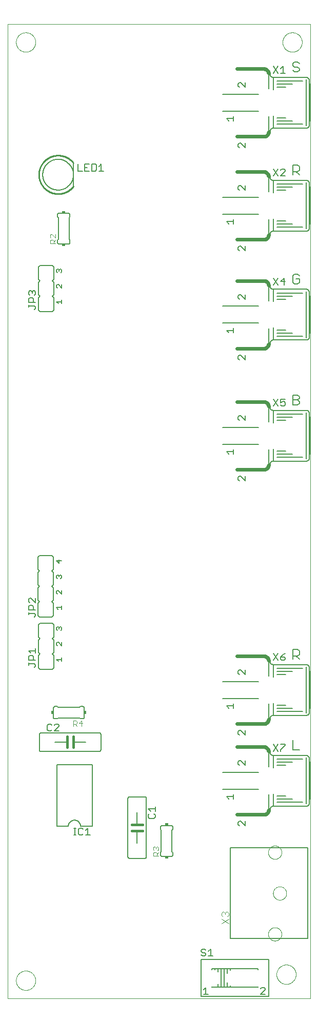
<source format=gto>
G75*
%MOIN*%
%OFA0B0*%
%FSLAX25Y25*%
%IPPOS*%
%LPD*%
%AMOC8*
5,1,8,0,0,1.08239X$1,22.5*
%
%ADD10C,0.00000*%
%ADD11C,0.00600*%
%ADD12C,0.01600*%
%ADD13C,0.00500*%
%ADD14C,0.00800*%
%ADD15C,0.01000*%
%ADD16C,0.00400*%
%ADD17R,0.02000X0.01500*%
%ADD18R,0.01500X0.02000*%
%ADD19C,0.02400*%
D10*
X0001000Y0001000D02*
X0001000Y0634858D01*
X0197850Y0634858D01*
X0197850Y0001000D01*
X0001000Y0001000D01*
X0006512Y0012811D02*
X0006514Y0012969D01*
X0006520Y0013127D01*
X0006530Y0013285D01*
X0006544Y0013443D01*
X0006562Y0013600D01*
X0006583Y0013757D01*
X0006609Y0013913D01*
X0006639Y0014069D01*
X0006672Y0014224D01*
X0006710Y0014377D01*
X0006751Y0014530D01*
X0006796Y0014682D01*
X0006845Y0014833D01*
X0006898Y0014982D01*
X0006954Y0015130D01*
X0007014Y0015276D01*
X0007078Y0015421D01*
X0007146Y0015564D01*
X0007217Y0015706D01*
X0007291Y0015846D01*
X0007369Y0015983D01*
X0007451Y0016119D01*
X0007535Y0016253D01*
X0007624Y0016384D01*
X0007715Y0016513D01*
X0007810Y0016640D01*
X0007907Y0016765D01*
X0008008Y0016887D01*
X0008112Y0017006D01*
X0008219Y0017123D01*
X0008329Y0017237D01*
X0008442Y0017348D01*
X0008557Y0017457D01*
X0008675Y0017562D01*
X0008796Y0017664D01*
X0008919Y0017764D01*
X0009045Y0017860D01*
X0009173Y0017953D01*
X0009303Y0018043D01*
X0009436Y0018129D01*
X0009571Y0018213D01*
X0009707Y0018292D01*
X0009846Y0018369D01*
X0009987Y0018441D01*
X0010129Y0018511D01*
X0010273Y0018576D01*
X0010419Y0018638D01*
X0010566Y0018696D01*
X0010715Y0018751D01*
X0010865Y0018802D01*
X0011016Y0018849D01*
X0011168Y0018892D01*
X0011321Y0018931D01*
X0011476Y0018967D01*
X0011631Y0018998D01*
X0011787Y0019026D01*
X0011943Y0019050D01*
X0012100Y0019070D01*
X0012258Y0019086D01*
X0012415Y0019098D01*
X0012574Y0019106D01*
X0012732Y0019110D01*
X0012890Y0019110D01*
X0013048Y0019106D01*
X0013207Y0019098D01*
X0013364Y0019086D01*
X0013522Y0019070D01*
X0013679Y0019050D01*
X0013835Y0019026D01*
X0013991Y0018998D01*
X0014146Y0018967D01*
X0014301Y0018931D01*
X0014454Y0018892D01*
X0014606Y0018849D01*
X0014757Y0018802D01*
X0014907Y0018751D01*
X0015056Y0018696D01*
X0015203Y0018638D01*
X0015349Y0018576D01*
X0015493Y0018511D01*
X0015635Y0018441D01*
X0015776Y0018369D01*
X0015915Y0018292D01*
X0016051Y0018213D01*
X0016186Y0018129D01*
X0016319Y0018043D01*
X0016449Y0017953D01*
X0016577Y0017860D01*
X0016703Y0017764D01*
X0016826Y0017664D01*
X0016947Y0017562D01*
X0017065Y0017457D01*
X0017180Y0017348D01*
X0017293Y0017237D01*
X0017403Y0017123D01*
X0017510Y0017006D01*
X0017614Y0016887D01*
X0017715Y0016765D01*
X0017812Y0016640D01*
X0017907Y0016513D01*
X0017998Y0016384D01*
X0018087Y0016253D01*
X0018171Y0016119D01*
X0018253Y0015983D01*
X0018331Y0015846D01*
X0018405Y0015706D01*
X0018476Y0015564D01*
X0018544Y0015421D01*
X0018608Y0015276D01*
X0018668Y0015130D01*
X0018724Y0014982D01*
X0018777Y0014833D01*
X0018826Y0014682D01*
X0018871Y0014530D01*
X0018912Y0014377D01*
X0018950Y0014224D01*
X0018983Y0014069D01*
X0019013Y0013913D01*
X0019039Y0013757D01*
X0019060Y0013600D01*
X0019078Y0013443D01*
X0019092Y0013285D01*
X0019102Y0013127D01*
X0019108Y0012969D01*
X0019110Y0012811D01*
X0019108Y0012653D01*
X0019102Y0012495D01*
X0019092Y0012337D01*
X0019078Y0012179D01*
X0019060Y0012022D01*
X0019039Y0011865D01*
X0019013Y0011709D01*
X0018983Y0011553D01*
X0018950Y0011398D01*
X0018912Y0011245D01*
X0018871Y0011092D01*
X0018826Y0010940D01*
X0018777Y0010789D01*
X0018724Y0010640D01*
X0018668Y0010492D01*
X0018608Y0010346D01*
X0018544Y0010201D01*
X0018476Y0010058D01*
X0018405Y0009916D01*
X0018331Y0009776D01*
X0018253Y0009639D01*
X0018171Y0009503D01*
X0018087Y0009369D01*
X0017998Y0009238D01*
X0017907Y0009109D01*
X0017812Y0008982D01*
X0017715Y0008857D01*
X0017614Y0008735D01*
X0017510Y0008616D01*
X0017403Y0008499D01*
X0017293Y0008385D01*
X0017180Y0008274D01*
X0017065Y0008165D01*
X0016947Y0008060D01*
X0016826Y0007958D01*
X0016703Y0007858D01*
X0016577Y0007762D01*
X0016449Y0007669D01*
X0016319Y0007579D01*
X0016186Y0007493D01*
X0016051Y0007409D01*
X0015915Y0007330D01*
X0015776Y0007253D01*
X0015635Y0007181D01*
X0015493Y0007111D01*
X0015349Y0007046D01*
X0015203Y0006984D01*
X0015056Y0006926D01*
X0014907Y0006871D01*
X0014757Y0006820D01*
X0014606Y0006773D01*
X0014454Y0006730D01*
X0014301Y0006691D01*
X0014146Y0006655D01*
X0013991Y0006624D01*
X0013835Y0006596D01*
X0013679Y0006572D01*
X0013522Y0006552D01*
X0013364Y0006536D01*
X0013207Y0006524D01*
X0013048Y0006516D01*
X0012890Y0006512D01*
X0012732Y0006512D01*
X0012574Y0006516D01*
X0012415Y0006524D01*
X0012258Y0006536D01*
X0012100Y0006552D01*
X0011943Y0006572D01*
X0011787Y0006596D01*
X0011631Y0006624D01*
X0011476Y0006655D01*
X0011321Y0006691D01*
X0011168Y0006730D01*
X0011016Y0006773D01*
X0010865Y0006820D01*
X0010715Y0006871D01*
X0010566Y0006926D01*
X0010419Y0006984D01*
X0010273Y0007046D01*
X0010129Y0007111D01*
X0009987Y0007181D01*
X0009846Y0007253D01*
X0009707Y0007330D01*
X0009571Y0007409D01*
X0009436Y0007493D01*
X0009303Y0007579D01*
X0009173Y0007669D01*
X0009045Y0007762D01*
X0008919Y0007858D01*
X0008796Y0007958D01*
X0008675Y0008060D01*
X0008557Y0008165D01*
X0008442Y0008274D01*
X0008329Y0008385D01*
X0008219Y0008499D01*
X0008112Y0008616D01*
X0008008Y0008735D01*
X0007907Y0008857D01*
X0007810Y0008982D01*
X0007715Y0009109D01*
X0007624Y0009238D01*
X0007535Y0009369D01*
X0007451Y0009503D01*
X0007369Y0009639D01*
X0007291Y0009776D01*
X0007217Y0009916D01*
X0007146Y0010058D01*
X0007078Y0010201D01*
X0007014Y0010346D01*
X0006954Y0010492D01*
X0006898Y0010640D01*
X0006845Y0010789D01*
X0006796Y0010940D01*
X0006751Y0011092D01*
X0006710Y0011245D01*
X0006672Y0011398D01*
X0006639Y0011553D01*
X0006609Y0011709D01*
X0006583Y0011865D01*
X0006562Y0012022D01*
X0006544Y0012179D01*
X0006530Y0012337D01*
X0006520Y0012495D01*
X0006514Y0012653D01*
X0006512Y0012811D01*
X0170409Y0042969D02*
X0170411Y0043100D01*
X0170417Y0043232D01*
X0170427Y0043363D01*
X0170441Y0043494D01*
X0170459Y0043624D01*
X0170481Y0043753D01*
X0170506Y0043882D01*
X0170536Y0044010D01*
X0170570Y0044137D01*
X0170607Y0044264D01*
X0170648Y0044388D01*
X0170693Y0044512D01*
X0170742Y0044634D01*
X0170794Y0044755D01*
X0170850Y0044873D01*
X0170910Y0044991D01*
X0170973Y0045106D01*
X0171040Y0045219D01*
X0171110Y0045331D01*
X0171183Y0045440D01*
X0171259Y0045546D01*
X0171339Y0045651D01*
X0171422Y0045753D01*
X0171508Y0045852D01*
X0171597Y0045949D01*
X0171689Y0046043D01*
X0171784Y0046134D01*
X0171881Y0046223D01*
X0171981Y0046308D01*
X0172084Y0046390D01*
X0172189Y0046469D01*
X0172296Y0046545D01*
X0172406Y0046617D01*
X0172518Y0046686D01*
X0172632Y0046752D01*
X0172747Y0046814D01*
X0172865Y0046873D01*
X0172984Y0046928D01*
X0173105Y0046980D01*
X0173228Y0047027D01*
X0173352Y0047071D01*
X0173477Y0047112D01*
X0173603Y0047148D01*
X0173731Y0047181D01*
X0173859Y0047209D01*
X0173988Y0047234D01*
X0174118Y0047255D01*
X0174248Y0047272D01*
X0174379Y0047285D01*
X0174510Y0047294D01*
X0174641Y0047299D01*
X0174773Y0047300D01*
X0174904Y0047297D01*
X0175036Y0047290D01*
X0175167Y0047279D01*
X0175297Y0047264D01*
X0175427Y0047245D01*
X0175557Y0047222D01*
X0175685Y0047196D01*
X0175813Y0047165D01*
X0175940Y0047130D01*
X0176066Y0047092D01*
X0176190Y0047050D01*
X0176314Y0047004D01*
X0176435Y0046954D01*
X0176555Y0046901D01*
X0176674Y0046844D01*
X0176791Y0046784D01*
X0176905Y0046720D01*
X0177018Y0046652D01*
X0177129Y0046581D01*
X0177238Y0046507D01*
X0177344Y0046430D01*
X0177448Y0046349D01*
X0177549Y0046266D01*
X0177648Y0046179D01*
X0177744Y0046089D01*
X0177837Y0045996D01*
X0177928Y0045901D01*
X0178015Y0045803D01*
X0178100Y0045702D01*
X0178181Y0045599D01*
X0178259Y0045493D01*
X0178334Y0045385D01*
X0178406Y0045275D01*
X0178474Y0045163D01*
X0178539Y0045049D01*
X0178600Y0044932D01*
X0178658Y0044814D01*
X0178712Y0044694D01*
X0178763Y0044573D01*
X0178810Y0044450D01*
X0178853Y0044326D01*
X0178892Y0044201D01*
X0178928Y0044074D01*
X0178959Y0043946D01*
X0178987Y0043818D01*
X0179011Y0043689D01*
X0179031Y0043559D01*
X0179047Y0043428D01*
X0179059Y0043297D01*
X0179067Y0043166D01*
X0179071Y0043035D01*
X0179071Y0042903D01*
X0179067Y0042772D01*
X0179059Y0042641D01*
X0179047Y0042510D01*
X0179031Y0042379D01*
X0179011Y0042249D01*
X0178987Y0042120D01*
X0178959Y0041992D01*
X0178928Y0041864D01*
X0178892Y0041737D01*
X0178853Y0041612D01*
X0178810Y0041488D01*
X0178763Y0041365D01*
X0178712Y0041244D01*
X0178658Y0041124D01*
X0178600Y0041006D01*
X0178539Y0040889D01*
X0178474Y0040775D01*
X0178406Y0040663D01*
X0178334Y0040553D01*
X0178259Y0040445D01*
X0178181Y0040339D01*
X0178100Y0040236D01*
X0178015Y0040135D01*
X0177928Y0040037D01*
X0177837Y0039942D01*
X0177744Y0039849D01*
X0177648Y0039759D01*
X0177549Y0039672D01*
X0177448Y0039589D01*
X0177344Y0039508D01*
X0177238Y0039431D01*
X0177129Y0039357D01*
X0177018Y0039286D01*
X0176906Y0039218D01*
X0176791Y0039154D01*
X0176674Y0039094D01*
X0176555Y0039037D01*
X0176435Y0038984D01*
X0176314Y0038934D01*
X0176190Y0038888D01*
X0176066Y0038846D01*
X0175940Y0038808D01*
X0175813Y0038773D01*
X0175685Y0038742D01*
X0175557Y0038716D01*
X0175427Y0038693D01*
X0175297Y0038674D01*
X0175167Y0038659D01*
X0175036Y0038648D01*
X0174904Y0038641D01*
X0174773Y0038638D01*
X0174641Y0038639D01*
X0174510Y0038644D01*
X0174379Y0038653D01*
X0174248Y0038666D01*
X0174118Y0038683D01*
X0173988Y0038704D01*
X0173859Y0038729D01*
X0173731Y0038757D01*
X0173603Y0038790D01*
X0173477Y0038826D01*
X0173352Y0038867D01*
X0173228Y0038911D01*
X0173105Y0038958D01*
X0172984Y0039010D01*
X0172865Y0039065D01*
X0172747Y0039124D01*
X0172632Y0039186D01*
X0172518Y0039252D01*
X0172406Y0039321D01*
X0172296Y0039393D01*
X0172189Y0039469D01*
X0172084Y0039548D01*
X0171981Y0039630D01*
X0171881Y0039715D01*
X0171784Y0039804D01*
X0171689Y0039895D01*
X0171597Y0039989D01*
X0171508Y0040086D01*
X0171422Y0040185D01*
X0171339Y0040287D01*
X0171259Y0040392D01*
X0171183Y0040498D01*
X0171110Y0040607D01*
X0171040Y0040719D01*
X0170973Y0040832D01*
X0170910Y0040947D01*
X0170850Y0041065D01*
X0170794Y0041183D01*
X0170742Y0041304D01*
X0170693Y0041426D01*
X0170648Y0041550D01*
X0170607Y0041674D01*
X0170570Y0041801D01*
X0170536Y0041928D01*
X0170506Y0042056D01*
X0170481Y0042185D01*
X0170459Y0042314D01*
X0170441Y0042444D01*
X0170427Y0042575D01*
X0170417Y0042706D01*
X0170411Y0042838D01*
X0170409Y0042969D01*
X0173559Y0069543D02*
X0173561Y0069674D01*
X0173567Y0069806D01*
X0173577Y0069937D01*
X0173591Y0070068D01*
X0173609Y0070198D01*
X0173631Y0070327D01*
X0173656Y0070456D01*
X0173686Y0070584D01*
X0173720Y0070711D01*
X0173757Y0070838D01*
X0173798Y0070962D01*
X0173843Y0071086D01*
X0173892Y0071208D01*
X0173944Y0071329D01*
X0174000Y0071447D01*
X0174060Y0071565D01*
X0174123Y0071680D01*
X0174190Y0071793D01*
X0174260Y0071905D01*
X0174333Y0072014D01*
X0174409Y0072120D01*
X0174489Y0072225D01*
X0174572Y0072327D01*
X0174658Y0072426D01*
X0174747Y0072523D01*
X0174839Y0072617D01*
X0174934Y0072708D01*
X0175031Y0072797D01*
X0175131Y0072882D01*
X0175234Y0072964D01*
X0175339Y0073043D01*
X0175446Y0073119D01*
X0175556Y0073191D01*
X0175668Y0073260D01*
X0175782Y0073326D01*
X0175897Y0073388D01*
X0176015Y0073447D01*
X0176134Y0073502D01*
X0176255Y0073554D01*
X0176378Y0073601D01*
X0176502Y0073645D01*
X0176627Y0073686D01*
X0176753Y0073722D01*
X0176881Y0073755D01*
X0177009Y0073783D01*
X0177138Y0073808D01*
X0177268Y0073829D01*
X0177398Y0073846D01*
X0177529Y0073859D01*
X0177660Y0073868D01*
X0177791Y0073873D01*
X0177923Y0073874D01*
X0178054Y0073871D01*
X0178186Y0073864D01*
X0178317Y0073853D01*
X0178447Y0073838D01*
X0178577Y0073819D01*
X0178707Y0073796D01*
X0178835Y0073770D01*
X0178963Y0073739D01*
X0179090Y0073704D01*
X0179216Y0073666D01*
X0179340Y0073624D01*
X0179464Y0073578D01*
X0179585Y0073528D01*
X0179705Y0073475D01*
X0179824Y0073418D01*
X0179941Y0073358D01*
X0180055Y0073294D01*
X0180168Y0073226D01*
X0180279Y0073155D01*
X0180388Y0073081D01*
X0180494Y0073004D01*
X0180598Y0072923D01*
X0180699Y0072840D01*
X0180798Y0072753D01*
X0180894Y0072663D01*
X0180987Y0072570D01*
X0181078Y0072475D01*
X0181165Y0072377D01*
X0181250Y0072276D01*
X0181331Y0072173D01*
X0181409Y0072067D01*
X0181484Y0071959D01*
X0181556Y0071849D01*
X0181624Y0071737D01*
X0181689Y0071623D01*
X0181750Y0071506D01*
X0181808Y0071388D01*
X0181862Y0071268D01*
X0181913Y0071147D01*
X0181960Y0071024D01*
X0182003Y0070900D01*
X0182042Y0070775D01*
X0182078Y0070648D01*
X0182109Y0070520D01*
X0182137Y0070392D01*
X0182161Y0070263D01*
X0182181Y0070133D01*
X0182197Y0070002D01*
X0182209Y0069871D01*
X0182217Y0069740D01*
X0182221Y0069609D01*
X0182221Y0069477D01*
X0182217Y0069346D01*
X0182209Y0069215D01*
X0182197Y0069084D01*
X0182181Y0068953D01*
X0182161Y0068823D01*
X0182137Y0068694D01*
X0182109Y0068566D01*
X0182078Y0068438D01*
X0182042Y0068311D01*
X0182003Y0068186D01*
X0181960Y0068062D01*
X0181913Y0067939D01*
X0181862Y0067818D01*
X0181808Y0067698D01*
X0181750Y0067580D01*
X0181689Y0067463D01*
X0181624Y0067349D01*
X0181556Y0067237D01*
X0181484Y0067127D01*
X0181409Y0067019D01*
X0181331Y0066913D01*
X0181250Y0066810D01*
X0181165Y0066709D01*
X0181078Y0066611D01*
X0180987Y0066516D01*
X0180894Y0066423D01*
X0180798Y0066333D01*
X0180699Y0066246D01*
X0180598Y0066163D01*
X0180494Y0066082D01*
X0180388Y0066005D01*
X0180279Y0065931D01*
X0180168Y0065860D01*
X0180056Y0065792D01*
X0179941Y0065728D01*
X0179824Y0065668D01*
X0179705Y0065611D01*
X0179585Y0065558D01*
X0179464Y0065508D01*
X0179340Y0065462D01*
X0179216Y0065420D01*
X0179090Y0065382D01*
X0178963Y0065347D01*
X0178835Y0065316D01*
X0178707Y0065290D01*
X0178577Y0065267D01*
X0178447Y0065248D01*
X0178317Y0065233D01*
X0178186Y0065222D01*
X0178054Y0065215D01*
X0177923Y0065212D01*
X0177791Y0065213D01*
X0177660Y0065218D01*
X0177529Y0065227D01*
X0177398Y0065240D01*
X0177268Y0065257D01*
X0177138Y0065278D01*
X0177009Y0065303D01*
X0176881Y0065331D01*
X0176753Y0065364D01*
X0176627Y0065400D01*
X0176502Y0065441D01*
X0176378Y0065485D01*
X0176255Y0065532D01*
X0176134Y0065584D01*
X0176015Y0065639D01*
X0175897Y0065698D01*
X0175782Y0065760D01*
X0175668Y0065826D01*
X0175556Y0065895D01*
X0175446Y0065967D01*
X0175339Y0066043D01*
X0175234Y0066122D01*
X0175131Y0066204D01*
X0175031Y0066289D01*
X0174934Y0066378D01*
X0174839Y0066469D01*
X0174747Y0066563D01*
X0174658Y0066660D01*
X0174572Y0066759D01*
X0174489Y0066861D01*
X0174409Y0066966D01*
X0174333Y0067072D01*
X0174260Y0067181D01*
X0174190Y0067293D01*
X0174123Y0067406D01*
X0174060Y0067521D01*
X0174000Y0067639D01*
X0173944Y0067757D01*
X0173892Y0067878D01*
X0173843Y0068000D01*
X0173798Y0068124D01*
X0173757Y0068248D01*
X0173720Y0068375D01*
X0173686Y0068502D01*
X0173656Y0068630D01*
X0173631Y0068759D01*
X0173609Y0068888D01*
X0173591Y0069018D01*
X0173577Y0069149D01*
X0173567Y0069280D01*
X0173561Y0069412D01*
X0173559Y0069543D01*
X0170409Y0096118D02*
X0170411Y0096249D01*
X0170417Y0096381D01*
X0170427Y0096512D01*
X0170441Y0096643D01*
X0170459Y0096773D01*
X0170481Y0096902D01*
X0170506Y0097031D01*
X0170536Y0097159D01*
X0170570Y0097286D01*
X0170607Y0097413D01*
X0170648Y0097537D01*
X0170693Y0097661D01*
X0170742Y0097783D01*
X0170794Y0097904D01*
X0170850Y0098022D01*
X0170910Y0098140D01*
X0170973Y0098255D01*
X0171040Y0098368D01*
X0171110Y0098480D01*
X0171183Y0098589D01*
X0171259Y0098695D01*
X0171339Y0098800D01*
X0171422Y0098902D01*
X0171508Y0099001D01*
X0171597Y0099098D01*
X0171689Y0099192D01*
X0171784Y0099283D01*
X0171881Y0099372D01*
X0171981Y0099457D01*
X0172084Y0099539D01*
X0172189Y0099618D01*
X0172296Y0099694D01*
X0172406Y0099766D01*
X0172518Y0099835D01*
X0172632Y0099901D01*
X0172747Y0099963D01*
X0172865Y0100022D01*
X0172984Y0100077D01*
X0173105Y0100129D01*
X0173228Y0100176D01*
X0173352Y0100220D01*
X0173477Y0100261D01*
X0173603Y0100297D01*
X0173731Y0100330D01*
X0173859Y0100358D01*
X0173988Y0100383D01*
X0174118Y0100404D01*
X0174248Y0100421D01*
X0174379Y0100434D01*
X0174510Y0100443D01*
X0174641Y0100448D01*
X0174773Y0100449D01*
X0174904Y0100446D01*
X0175036Y0100439D01*
X0175167Y0100428D01*
X0175297Y0100413D01*
X0175427Y0100394D01*
X0175557Y0100371D01*
X0175685Y0100345D01*
X0175813Y0100314D01*
X0175940Y0100279D01*
X0176066Y0100241D01*
X0176190Y0100199D01*
X0176314Y0100153D01*
X0176435Y0100103D01*
X0176555Y0100050D01*
X0176674Y0099993D01*
X0176791Y0099933D01*
X0176905Y0099869D01*
X0177018Y0099801D01*
X0177129Y0099730D01*
X0177238Y0099656D01*
X0177344Y0099579D01*
X0177448Y0099498D01*
X0177549Y0099415D01*
X0177648Y0099328D01*
X0177744Y0099238D01*
X0177837Y0099145D01*
X0177928Y0099050D01*
X0178015Y0098952D01*
X0178100Y0098851D01*
X0178181Y0098748D01*
X0178259Y0098642D01*
X0178334Y0098534D01*
X0178406Y0098424D01*
X0178474Y0098312D01*
X0178539Y0098198D01*
X0178600Y0098081D01*
X0178658Y0097963D01*
X0178712Y0097843D01*
X0178763Y0097722D01*
X0178810Y0097599D01*
X0178853Y0097475D01*
X0178892Y0097350D01*
X0178928Y0097223D01*
X0178959Y0097095D01*
X0178987Y0096967D01*
X0179011Y0096838D01*
X0179031Y0096708D01*
X0179047Y0096577D01*
X0179059Y0096446D01*
X0179067Y0096315D01*
X0179071Y0096184D01*
X0179071Y0096052D01*
X0179067Y0095921D01*
X0179059Y0095790D01*
X0179047Y0095659D01*
X0179031Y0095528D01*
X0179011Y0095398D01*
X0178987Y0095269D01*
X0178959Y0095141D01*
X0178928Y0095013D01*
X0178892Y0094886D01*
X0178853Y0094761D01*
X0178810Y0094637D01*
X0178763Y0094514D01*
X0178712Y0094393D01*
X0178658Y0094273D01*
X0178600Y0094155D01*
X0178539Y0094038D01*
X0178474Y0093924D01*
X0178406Y0093812D01*
X0178334Y0093702D01*
X0178259Y0093594D01*
X0178181Y0093488D01*
X0178100Y0093385D01*
X0178015Y0093284D01*
X0177928Y0093186D01*
X0177837Y0093091D01*
X0177744Y0092998D01*
X0177648Y0092908D01*
X0177549Y0092821D01*
X0177448Y0092738D01*
X0177344Y0092657D01*
X0177238Y0092580D01*
X0177129Y0092506D01*
X0177018Y0092435D01*
X0176906Y0092367D01*
X0176791Y0092303D01*
X0176674Y0092243D01*
X0176555Y0092186D01*
X0176435Y0092133D01*
X0176314Y0092083D01*
X0176190Y0092037D01*
X0176066Y0091995D01*
X0175940Y0091957D01*
X0175813Y0091922D01*
X0175685Y0091891D01*
X0175557Y0091865D01*
X0175427Y0091842D01*
X0175297Y0091823D01*
X0175167Y0091808D01*
X0175036Y0091797D01*
X0174904Y0091790D01*
X0174773Y0091787D01*
X0174641Y0091788D01*
X0174510Y0091793D01*
X0174379Y0091802D01*
X0174248Y0091815D01*
X0174118Y0091832D01*
X0173988Y0091853D01*
X0173859Y0091878D01*
X0173731Y0091906D01*
X0173603Y0091939D01*
X0173477Y0091975D01*
X0173352Y0092016D01*
X0173228Y0092060D01*
X0173105Y0092107D01*
X0172984Y0092159D01*
X0172865Y0092214D01*
X0172747Y0092273D01*
X0172632Y0092335D01*
X0172518Y0092401D01*
X0172406Y0092470D01*
X0172296Y0092542D01*
X0172189Y0092618D01*
X0172084Y0092697D01*
X0171981Y0092779D01*
X0171881Y0092864D01*
X0171784Y0092953D01*
X0171689Y0093044D01*
X0171597Y0093138D01*
X0171508Y0093235D01*
X0171422Y0093334D01*
X0171339Y0093436D01*
X0171259Y0093541D01*
X0171183Y0093647D01*
X0171110Y0093756D01*
X0171040Y0093868D01*
X0170973Y0093981D01*
X0170910Y0094096D01*
X0170850Y0094214D01*
X0170794Y0094332D01*
X0170742Y0094453D01*
X0170693Y0094575D01*
X0170648Y0094699D01*
X0170607Y0094823D01*
X0170570Y0094950D01*
X0170536Y0095077D01*
X0170506Y0095205D01*
X0170481Y0095334D01*
X0170459Y0095463D01*
X0170441Y0095593D01*
X0170427Y0095724D01*
X0170417Y0095855D01*
X0170411Y0095987D01*
X0170409Y0096118D01*
X0175803Y0016748D02*
X0175805Y0016906D01*
X0175811Y0017064D01*
X0175821Y0017222D01*
X0175835Y0017380D01*
X0175853Y0017537D01*
X0175874Y0017694D01*
X0175900Y0017850D01*
X0175930Y0018006D01*
X0175963Y0018161D01*
X0176001Y0018314D01*
X0176042Y0018467D01*
X0176087Y0018619D01*
X0176136Y0018770D01*
X0176189Y0018919D01*
X0176245Y0019067D01*
X0176305Y0019213D01*
X0176369Y0019358D01*
X0176437Y0019501D01*
X0176508Y0019643D01*
X0176582Y0019783D01*
X0176660Y0019920D01*
X0176742Y0020056D01*
X0176826Y0020190D01*
X0176915Y0020321D01*
X0177006Y0020450D01*
X0177101Y0020577D01*
X0177198Y0020702D01*
X0177299Y0020824D01*
X0177403Y0020943D01*
X0177510Y0021060D01*
X0177620Y0021174D01*
X0177733Y0021285D01*
X0177848Y0021394D01*
X0177966Y0021499D01*
X0178087Y0021601D01*
X0178210Y0021701D01*
X0178336Y0021797D01*
X0178464Y0021890D01*
X0178594Y0021980D01*
X0178727Y0022066D01*
X0178862Y0022150D01*
X0178998Y0022229D01*
X0179137Y0022306D01*
X0179278Y0022378D01*
X0179420Y0022448D01*
X0179564Y0022513D01*
X0179710Y0022575D01*
X0179857Y0022633D01*
X0180006Y0022688D01*
X0180156Y0022739D01*
X0180307Y0022786D01*
X0180459Y0022829D01*
X0180612Y0022868D01*
X0180767Y0022904D01*
X0180922Y0022935D01*
X0181078Y0022963D01*
X0181234Y0022987D01*
X0181391Y0023007D01*
X0181549Y0023023D01*
X0181706Y0023035D01*
X0181865Y0023043D01*
X0182023Y0023047D01*
X0182181Y0023047D01*
X0182339Y0023043D01*
X0182498Y0023035D01*
X0182655Y0023023D01*
X0182813Y0023007D01*
X0182970Y0022987D01*
X0183126Y0022963D01*
X0183282Y0022935D01*
X0183437Y0022904D01*
X0183592Y0022868D01*
X0183745Y0022829D01*
X0183897Y0022786D01*
X0184048Y0022739D01*
X0184198Y0022688D01*
X0184347Y0022633D01*
X0184494Y0022575D01*
X0184640Y0022513D01*
X0184784Y0022448D01*
X0184926Y0022378D01*
X0185067Y0022306D01*
X0185206Y0022229D01*
X0185342Y0022150D01*
X0185477Y0022066D01*
X0185610Y0021980D01*
X0185740Y0021890D01*
X0185868Y0021797D01*
X0185994Y0021701D01*
X0186117Y0021601D01*
X0186238Y0021499D01*
X0186356Y0021394D01*
X0186471Y0021285D01*
X0186584Y0021174D01*
X0186694Y0021060D01*
X0186801Y0020943D01*
X0186905Y0020824D01*
X0187006Y0020702D01*
X0187103Y0020577D01*
X0187198Y0020450D01*
X0187289Y0020321D01*
X0187378Y0020190D01*
X0187462Y0020056D01*
X0187544Y0019920D01*
X0187622Y0019783D01*
X0187696Y0019643D01*
X0187767Y0019501D01*
X0187835Y0019358D01*
X0187899Y0019213D01*
X0187959Y0019067D01*
X0188015Y0018919D01*
X0188068Y0018770D01*
X0188117Y0018619D01*
X0188162Y0018467D01*
X0188203Y0018314D01*
X0188241Y0018161D01*
X0188274Y0018006D01*
X0188304Y0017850D01*
X0188330Y0017694D01*
X0188351Y0017537D01*
X0188369Y0017380D01*
X0188383Y0017222D01*
X0188393Y0017064D01*
X0188399Y0016906D01*
X0188401Y0016748D01*
X0188399Y0016590D01*
X0188393Y0016432D01*
X0188383Y0016274D01*
X0188369Y0016116D01*
X0188351Y0015959D01*
X0188330Y0015802D01*
X0188304Y0015646D01*
X0188274Y0015490D01*
X0188241Y0015335D01*
X0188203Y0015182D01*
X0188162Y0015029D01*
X0188117Y0014877D01*
X0188068Y0014726D01*
X0188015Y0014577D01*
X0187959Y0014429D01*
X0187899Y0014283D01*
X0187835Y0014138D01*
X0187767Y0013995D01*
X0187696Y0013853D01*
X0187622Y0013713D01*
X0187544Y0013576D01*
X0187462Y0013440D01*
X0187378Y0013306D01*
X0187289Y0013175D01*
X0187198Y0013046D01*
X0187103Y0012919D01*
X0187006Y0012794D01*
X0186905Y0012672D01*
X0186801Y0012553D01*
X0186694Y0012436D01*
X0186584Y0012322D01*
X0186471Y0012211D01*
X0186356Y0012102D01*
X0186238Y0011997D01*
X0186117Y0011895D01*
X0185994Y0011795D01*
X0185868Y0011699D01*
X0185740Y0011606D01*
X0185610Y0011516D01*
X0185477Y0011430D01*
X0185342Y0011346D01*
X0185206Y0011267D01*
X0185067Y0011190D01*
X0184926Y0011118D01*
X0184784Y0011048D01*
X0184640Y0010983D01*
X0184494Y0010921D01*
X0184347Y0010863D01*
X0184198Y0010808D01*
X0184048Y0010757D01*
X0183897Y0010710D01*
X0183745Y0010667D01*
X0183592Y0010628D01*
X0183437Y0010592D01*
X0183282Y0010561D01*
X0183126Y0010533D01*
X0182970Y0010509D01*
X0182813Y0010489D01*
X0182655Y0010473D01*
X0182498Y0010461D01*
X0182339Y0010453D01*
X0182181Y0010449D01*
X0182023Y0010449D01*
X0181865Y0010453D01*
X0181706Y0010461D01*
X0181549Y0010473D01*
X0181391Y0010489D01*
X0181234Y0010509D01*
X0181078Y0010533D01*
X0180922Y0010561D01*
X0180767Y0010592D01*
X0180612Y0010628D01*
X0180459Y0010667D01*
X0180307Y0010710D01*
X0180156Y0010757D01*
X0180006Y0010808D01*
X0179857Y0010863D01*
X0179710Y0010921D01*
X0179564Y0010983D01*
X0179420Y0011048D01*
X0179278Y0011118D01*
X0179137Y0011190D01*
X0178998Y0011267D01*
X0178862Y0011346D01*
X0178727Y0011430D01*
X0178594Y0011516D01*
X0178464Y0011606D01*
X0178336Y0011699D01*
X0178210Y0011795D01*
X0178087Y0011895D01*
X0177966Y0011997D01*
X0177848Y0012102D01*
X0177733Y0012211D01*
X0177620Y0012322D01*
X0177510Y0012436D01*
X0177403Y0012553D01*
X0177299Y0012672D01*
X0177198Y0012794D01*
X0177101Y0012919D01*
X0177006Y0013046D01*
X0176915Y0013175D01*
X0176826Y0013306D01*
X0176742Y0013440D01*
X0176660Y0013576D01*
X0176582Y0013713D01*
X0176508Y0013853D01*
X0176437Y0013995D01*
X0176369Y0014138D01*
X0176305Y0014283D01*
X0176245Y0014429D01*
X0176189Y0014577D01*
X0176136Y0014726D01*
X0176087Y0014877D01*
X0176042Y0015029D01*
X0176001Y0015182D01*
X0175963Y0015335D01*
X0175930Y0015490D01*
X0175900Y0015646D01*
X0175874Y0015802D01*
X0175853Y0015959D01*
X0175835Y0016116D01*
X0175821Y0016274D01*
X0175811Y0016432D01*
X0175805Y0016590D01*
X0175803Y0016748D01*
X0179740Y0623047D02*
X0179742Y0623205D01*
X0179748Y0623363D01*
X0179758Y0623521D01*
X0179772Y0623679D01*
X0179790Y0623836D01*
X0179811Y0623993D01*
X0179837Y0624149D01*
X0179867Y0624305D01*
X0179900Y0624460D01*
X0179938Y0624613D01*
X0179979Y0624766D01*
X0180024Y0624918D01*
X0180073Y0625069D01*
X0180126Y0625218D01*
X0180182Y0625366D01*
X0180242Y0625512D01*
X0180306Y0625657D01*
X0180374Y0625800D01*
X0180445Y0625942D01*
X0180519Y0626082D01*
X0180597Y0626219D01*
X0180679Y0626355D01*
X0180763Y0626489D01*
X0180852Y0626620D01*
X0180943Y0626749D01*
X0181038Y0626876D01*
X0181135Y0627001D01*
X0181236Y0627123D01*
X0181340Y0627242D01*
X0181447Y0627359D01*
X0181557Y0627473D01*
X0181670Y0627584D01*
X0181785Y0627693D01*
X0181903Y0627798D01*
X0182024Y0627900D01*
X0182147Y0628000D01*
X0182273Y0628096D01*
X0182401Y0628189D01*
X0182531Y0628279D01*
X0182664Y0628365D01*
X0182799Y0628449D01*
X0182935Y0628528D01*
X0183074Y0628605D01*
X0183215Y0628677D01*
X0183357Y0628747D01*
X0183501Y0628812D01*
X0183647Y0628874D01*
X0183794Y0628932D01*
X0183943Y0628987D01*
X0184093Y0629038D01*
X0184244Y0629085D01*
X0184396Y0629128D01*
X0184549Y0629167D01*
X0184704Y0629203D01*
X0184859Y0629234D01*
X0185015Y0629262D01*
X0185171Y0629286D01*
X0185328Y0629306D01*
X0185486Y0629322D01*
X0185643Y0629334D01*
X0185802Y0629342D01*
X0185960Y0629346D01*
X0186118Y0629346D01*
X0186276Y0629342D01*
X0186435Y0629334D01*
X0186592Y0629322D01*
X0186750Y0629306D01*
X0186907Y0629286D01*
X0187063Y0629262D01*
X0187219Y0629234D01*
X0187374Y0629203D01*
X0187529Y0629167D01*
X0187682Y0629128D01*
X0187834Y0629085D01*
X0187985Y0629038D01*
X0188135Y0628987D01*
X0188284Y0628932D01*
X0188431Y0628874D01*
X0188577Y0628812D01*
X0188721Y0628747D01*
X0188863Y0628677D01*
X0189004Y0628605D01*
X0189143Y0628528D01*
X0189279Y0628449D01*
X0189414Y0628365D01*
X0189547Y0628279D01*
X0189677Y0628189D01*
X0189805Y0628096D01*
X0189931Y0628000D01*
X0190054Y0627900D01*
X0190175Y0627798D01*
X0190293Y0627693D01*
X0190408Y0627584D01*
X0190521Y0627473D01*
X0190631Y0627359D01*
X0190738Y0627242D01*
X0190842Y0627123D01*
X0190943Y0627001D01*
X0191040Y0626876D01*
X0191135Y0626749D01*
X0191226Y0626620D01*
X0191315Y0626489D01*
X0191399Y0626355D01*
X0191481Y0626219D01*
X0191559Y0626082D01*
X0191633Y0625942D01*
X0191704Y0625800D01*
X0191772Y0625657D01*
X0191836Y0625512D01*
X0191896Y0625366D01*
X0191952Y0625218D01*
X0192005Y0625069D01*
X0192054Y0624918D01*
X0192099Y0624766D01*
X0192140Y0624613D01*
X0192178Y0624460D01*
X0192211Y0624305D01*
X0192241Y0624149D01*
X0192267Y0623993D01*
X0192288Y0623836D01*
X0192306Y0623679D01*
X0192320Y0623521D01*
X0192330Y0623363D01*
X0192336Y0623205D01*
X0192338Y0623047D01*
X0192336Y0622889D01*
X0192330Y0622731D01*
X0192320Y0622573D01*
X0192306Y0622415D01*
X0192288Y0622258D01*
X0192267Y0622101D01*
X0192241Y0621945D01*
X0192211Y0621789D01*
X0192178Y0621634D01*
X0192140Y0621481D01*
X0192099Y0621328D01*
X0192054Y0621176D01*
X0192005Y0621025D01*
X0191952Y0620876D01*
X0191896Y0620728D01*
X0191836Y0620582D01*
X0191772Y0620437D01*
X0191704Y0620294D01*
X0191633Y0620152D01*
X0191559Y0620012D01*
X0191481Y0619875D01*
X0191399Y0619739D01*
X0191315Y0619605D01*
X0191226Y0619474D01*
X0191135Y0619345D01*
X0191040Y0619218D01*
X0190943Y0619093D01*
X0190842Y0618971D01*
X0190738Y0618852D01*
X0190631Y0618735D01*
X0190521Y0618621D01*
X0190408Y0618510D01*
X0190293Y0618401D01*
X0190175Y0618296D01*
X0190054Y0618194D01*
X0189931Y0618094D01*
X0189805Y0617998D01*
X0189677Y0617905D01*
X0189547Y0617815D01*
X0189414Y0617729D01*
X0189279Y0617645D01*
X0189143Y0617566D01*
X0189004Y0617489D01*
X0188863Y0617417D01*
X0188721Y0617347D01*
X0188577Y0617282D01*
X0188431Y0617220D01*
X0188284Y0617162D01*
X0188135Y0617107D01*
X0187985Y0617056D01*
X0187834Y0617009D01*
X0187682Y0616966D01*
X0187529Y0616927D01*
X0187374Y0616891D01*
X0187219Y0616860D01*
X0187063Y0616832D01*
X0186907Y0616808D01*
X0186750Y0616788D01*
X0186592Y0616772D01*
X0186435Y0616760D01*
X0186276Y0616752D01*
X0186118Y0616748D01*
X0185960Y0616748D01*
X0185802Y0616752D01*
X0185643Y0616760D01*
X0185486Y0616772D01*
X0185328Y0616788D01*
X0185171Y0616808D01*
X0185015Y0616832D01*
X0184859Y0616860D01*
X0184704Y0616891D01*
X0184549Y0616927D01*
X0184396Y0616966D01*
X0184244Y0617009D01*
X0184093Y0617056D01*
X0183943Y0617107D01*
X0183794Y0617162D01*
X0183647Y0617220D01*
X0183501Y0617282D01*
X0183357Y0617347D01*
X0183215Y0617417D01*
X0183074Y0617489D01*
X0182935Y0617566D01*
X0182799Y0617645D01*
X0182664Y0617729D01*
X0182531Y0617815D01*
X0182401Y0617905D01*
X0182273Y0617998D01*
X0182147Y0618094D01*
X0182024Y0618194D01*
X0181903Y0618296D01*
X0181785Y0618401D01*
X0181670Y0618510D01*
X0181557Y0618621D01*
X0181447Y0618735D01*
X0181340Y0618852D01*
X0181236Y0618971D01*
X0181135Y0619093D01*
X0181038Y0619218D01*
X0180943Y0619345D01*
X0180852Y0619474D01*
X0180763Y0619605D01*
X0180679Y0619739D01*
X0180597Y0619875D01*
X0180519Y0620012D01*
X0180445Y0620152D01*
X0180374Y0620294D01*
X0180306Y0620437D01*
X0180242Y0620582D01*
X0180182Y0620728D01*
X0180126Y0620876D01*
X0180073Y0621025D01*
X0180024Y0621176D01*
X0179979Y0621328D01*
X0179938Y0621481D01*
X0179900Y0621634D01*
X0179867Y0621789D01*
X0179837Y0621945D01*
X0179811Y0622101D01*
X0179790Y0622258D01*
X0179772Y0622415D01*
X0179758Y0622573D01*
X0179748Y0622731D01*
X0179742Y0622889D01*
X0179740Y0623047D01*
X0006512Y0623047D02*
X0006514Y0623205D01*
X0006520Y0623363D01*
X0006530Y0623521D01*
X0006544Y0623679D01*
X0006562Y0623836D01*
X0006583Y0623993D01*
X0006609Y0624149D01*
X0006639Y0624305D01*
X0006672Y0624460D01*
X0006710Y0624613D01*
X0006751Y0624766D01*
X0006796Y0624918D01*
X0006845Y0625069D01*
X0006898Y0625218D01*
X0006954Y0625366D01*
X0007014Y0625512D01*
X0007078Y0625657D01*
X0007146Y0625800D01*
X0007217Y0625942D01*
X0007291Y0626082D01*
X0007369Y0626219D01*
X0007451Y0626355D01*
X0007535Y0626489D01*
X0007624Y0626620D01*
X0007715Y0626749D01*
X0007810Y0626876D01*
X0007907Y0627001D01*
X0008008Y0627123D01*
X0008112Y0627242D01*
X0008219Y0627359D01*
X0008329Y0627473D01*
X0008442Y0627584D01*
X0008557Y0627693D01*
X0008675Y0627798D01*
X0008796Y0627900D01*
X0008919Y0628000D01*
X0009045Y0628096D01*
X0009173Y0628189D01*
X0009303Y0628279D01*
X0009436Y0628365D01*
X0009571Y0628449D01*
X0009707Y0628528D01*
X0009846Y0628605D01*
X0009987Y0628677D01*
X0010129Y0628747D01*
X0010273Y0628812D01*
X0010419Y0628874D01*
X0010566Y0628932D01*
X0010715Y0628987D01*
X0010865Y0629038D01*
X0011016Y0629085D01*
X0011168Y0629128D01*
X0011321Y0629167D01*
X0011476Y0629203D01*
X0011631Y0629234D01*
X0011787Y0629262D01*
X0011943Y0629286D01*
X0012100Y0629306D01*
X0012258Y0629322D01*
X0012415Y0629334D01*
X0012574Y0629342D01*
X0012732Y0629346D01*
X0012890Y0629346D01*
X0013048Y0629342D01*
X0013207Y0629334D01*
X0013364Y0629322D01*
X0013522Y0629306D01*
X0013679Y0629286D01*
X0013835Y0629262D01*
X0013991Y0629234D01*
X0014146Y0629203D01*
X0014301Y0629167D01*
X0014454Y0629128D01*
X0014606Y0629085D01*
X0014757Y0629038D01*
X0014907Y0628987D01*
X0015056Y0628932D01*
X0015203Y0628874D01*
X0015349Y0628812D01*
X0015493Y0628747D01*
X0015635Y0628677D01*
X0015776Y0628605D01*
X0015915Y0628528D01*
X0016051Y0628449D01*
X0016186Y0628365D01*
X0016319Y0628279D01*
X0016449Y0628189D01*
X0016577Y0628096D01*
X0016703Y0628000D01*
X0016826Y0627900D01*
X0016947Y0627798D01*
X0017065Y0627693D01*
X0017180Y0627584D01*
X0017293Y0627473D01*
X0017403Y0627359D01*
X0017510Y0627242D01*
X0017614Y0627123D01*
X0017715Y0627001D01*
X0017812Y0626876D01*
X0017907Y0626749D01*
X0017998Y0626620D01*
X0018087Y0626489D01*
X0018171Y0626355D01*
X0018253Y0626219D01*
X0018331Y0626082D01*
X0018405Y0625942D01*
X0018476Y0625800D01*
X0018544Y0625657D01*
X0018608Y0625512D01*
X0018668Y0625366D01*
X0018724Y0625218D01*
X0018777Y0625069D01*
X0018826Y0624918D01*
X0018871Y0624766D01*
X0018912Y0624613D01*
X0018950Y0624460D01*
X0018983Y0624305D01*
X0019013Y0624149D01*
X0019039Y0623993D01*
X0019060Y0623836D01*
X0019078Y0623679D01*
X0019092Y0623521D01*
X0019102Y0623363D01*
X0019108Y0623205D01*
X0019110Y0623047D01*
X0019108Y0622889D01*
X0019102Y0622731D01*
X0019092Y0622573D01*
X0019078Y0622415D01*
X0019060Y0622258D01*
X0019039Y0622101D01*
X0019013Y0621945D01*
X0018983Y0621789D01*
X0018950Y0621634D01*
X0018912Y0621481D01*
X0018871Y0621328D01*
X0018826Y0621176D01*
X0018777Y0621025D01*
X0018724Y0620876D01*
X0018668Y0620728D01*
X0018608Y0620582D01*
X0018544Y0620437D01*
X0018476Y0620294D01*
X0018405Y0620152D01*
X0018331Y0620012D01*
X0018253Y0619875D01*
X0018171Y0619739D01*
X0018087Y0619605D01*
X0017998Y0619474D01*
X0017907Y0619345D01*
X0017812Y0619218D01*
X0017715Y0619093D01*
X0017614Y0618971D01*
X0017510Y0618852D01*
X0017403Y0618735D01*
X0017293Y0618621D01*
X0017180Y0618510D01*
X0017065Y0618401D01*
X0016947Y0618296D01*
X0016826Y0618194D01*
X0016703Y0618094D01*
X0016577Y0617998D01*
X0016449Y0617905D01*
X0016319Y0617815D01*
X0016186Y0617729D01*
X0016051Y0617645D01*
X0015915Y0617566D01*
X0015776Y0617489D01*
X0015635Y0617417D01*
X0015493Y0617347D01*
X0015349Y0617282D01*
X0015203Y0617220D01*
X0015056Y0617162D01*
X0014907Y0617107D01*
X0014757Y0617056D01*
X0014606Y0617009D01*
X0014454Y0616966D01*
X0014301Y0616927D01*
X0014146Y0616891D01*
X0013991Y0616860D01*
X0013835Y0616832D01*
X0013679Y0616808D01*
X0013522Y0616788D01*
X0013364Y0616772D01*
X0013207Y0616760D01*
X0013048Y0616752D01*
X0012890Y0616748D01*
X0012732Y0616748D01*
X0012574Y0616752D01*
X0012415Y0616760D01*
X0012258Y0616772D01*
X0012100Y0616788D01*
X0011943Y0616808D01*
X0011787Y0616832D01*
X0011631Y0616860D01*
X0011476Y0616891D01*
X0011321Y0616927D01*
X0011168Y0616966D01*
X0011016Y0617009D01*
X0010865Y0617056D01*
X0010715Y0617107D01*
X0010566Y0617162D01*
X0010419Y0617220D01*
X0010273Y0617282D01*
X0010129Y0617347D01*
X0009987Y0617417D01*
X0009846Y0617489D01*
X0009707Y0617566D01*
X0009571Y0617645D01*
X0009436Y0617729D01*
X0009303Y0617815D01*
X0009173Y0617905D01*
X0009045Y0617998D01*
X0008919Y0618094D01*
X0008796Y0618194D01*
X0008675Y0618296D01*
X0008557Y0618401D01*
X0008442Y0618510D01*
X0008329Y0618621D01*
X0008219Y0618735D01*
X0008112Y0618852D01*
X0008008Y0618971D01*
X0007907Y0619093D01*
X0007810Y0619218D01*
X0007715Y0619345D01*
X0007624Y0619474D01*
X0007535Y0619605D01*
X0007451Y0619739D01*
X0007369Y0619875D01*
X0007291Y0620012D01*
X0007217Y0620152D01*
X0007146Y0620294D01*
X0007078Y0620437D01*
X0007014Y0620582D01*
X0006954Y0620728D01*
X0006898Y0620876D01*
X0006845Y0621025D01*
X0006796Y0621176D01*
X0006751Y0621328D01*
X0006710Y0621481D01*
X0006672Y0621634D01*
X0006639Y0621789D01*
X0006609Y0621945D01*
X0006583Y0622101D01*
X0006562Y0622258D01*
X0006544Y0622415D01*
X0006530Y0622573D01*
X0006520Y0622731D01*
X0006514Y0622889D01*
X0006512Y0623047D01*
D11*
X0023835Y0536906D02*
X0023838Y0537151D01*
X0023847Y0537397D01*
X0023862Y0537642D01*
X0023883Y0537886D01*
X0023910Y0538130D01*
X0023943Y0538373D01*
X0023982Y0538616D01*
X0024027Y0538857D01*
X0024078Y0539097D01*
X0024135Y0539336D01*
X0024197Y0539573D01*
X0024266Y0539809D01*
X0024340Y0540043D01*
X0024420Y0540275D01*
X0024505Y0540505D01*
X0024596Y0540733D01*
X0024693Y0540958D01*
X0024795Y0541182D01*
X0024903Y0541402D01*
X0025016Y0541620D01*
X0025134Y0541835D01*
X0025258Y0542047D01*
X0025386Y0542256D01*
X0025520Y0542462D01*
X0025659Y0542664D01*
X0025803Y0542863D01*
X0025952Y0543058D01*
X0026105Y0543250D01*
X0026263Y0543438D01*
X0026425Y0543622D01*
X0026593Y0543801D01*
X0026764Y0543977D01*
X0026940Y0544148D01*
X0027119Y0544316D01*
X0027303Y0544478D01*
X0027491Y0544636D01*
X0027683Y0544789D01*
X0027878Y0544938D01*
X0028077Y0545082D01*
X0028279Y0545221D01*
X0028485Y0545355D01*
X0028694Y0545483D01*
X0028906Y0545607D01*
X0029121Y0545725D01*
X0029339Y0545838D01*
X0029559Y0545946D01*
X0029783Y0546048D01*
X0030008Y0546145D01*
X0030236Y0546236D01*
X0030466Y0546321D01*
X0030698Y0546401D01*
X0030932Y0546475D01*
X0031168Y0546544D01*
X0031405Y0546606D01*
X0031644Y0546663D01*
X0031884Y0546714D01*
X0032125Y0546759D01*
X0032368Y0546798D01*
X0032611Y0546831D01*
X0032855Y0546858D01*
X0033099Y0546879D01*
X0033344Y0546894D01*
X0033590Y0546903D01*
X0033835Y0546906D01*
X0034080Y0546903D01*
X0034326Y0546894D01*
X0034571Y0546879D01*
X0034815Y0546858D01*
X0035059Y0546831D01*
X0035302Y0546798D01*
X0035545Y0546759D01*
X0035786Y0546714D01*
X0036026Y0546663D01*
X0036265Y0546606D01*
X0036502Y0546544D01*
X0036738Y0546475D01*
X0036972Y0546401D01*
X0037204Y0546321D01*
X0037434Y0546236D01*
X0037662Y0546145D01*
X0037887Y0546048D01*
X0038111Y0545946D01*
X0038331Y0545838D01*
X0038549Y0545725D01*
X0038764Y0545607D01*
X0038976Y0545483D01*
X0039185Y0545355D01*
X0039391Y0545221D01*
X0039593Y0545082D01*
X0039792Y0544938D01*
X0039987Y0544789D01*
X0040179Y0544636D01*
X0040367Y0544478D01*
X0040551Y0544316D01*
X0040730Y0544148D01*
X0040906Y0543977D01*
X0041077Y0543801D01*
X0041245Y0543622D01*
X0041407Y0543438D01*
X0041565Y0543250D01*
X0041718Y0543058D01*
X0041867Y0542863D01*
X0042011Y0542664D01*
X0042150Y0542462D01*
X0042284Y0542256D01*
X0042412Y0542047D01*
X0042536Y0541835D01*
X0042654Y0541620D01*
X0042767Y0541402D01*
X0042875Y0541182D01*
X0042977Y0540958D01*
X0043074Y0540733D01*
X0043165Y0540505D01*
X0043250Y0540275D01*
X0043330Y0540043D01*
X0043404Y0539809D01*
X0043473Y0539573D01*
X0043535Y0539336D01*
X0043592Y0539097D01*
X0043643Y0538857D01*
X0043688Y0538616D01*
X0043727Y0538373D01*
X0043760Y0538130D01*
X0043787Y0537886D01*
X0043808Y0537642D01*
X0043823Y0537397D01*
X0043832Y0537151D01*
X0043835Y0536906D01*
X0043832Y0536661D01*
X0043823Y0536415D01*
X0043808Y0536170D01*
X0043787Y0535926D01*
X0043760Y0535682D01*
X0043727Y0535439D01*
X0043688Y0535196D01*
X0043643Y0534955D01*
X0043592Y0534715D01*
X0043535Y0534476D01*
X0043473Y0534239D01*
X0043404Y0534003D01*
X0043330Y0533769D01*
X0043250Y0533537D01*
X0043165Y0533307D01*
X0043074Y0533079D01*
X0042977Y0532854D01*
X0042875Y0532630D01*
X0042767Y0532410D01*
X0042654Y0532192D01*
X0042536Y0531977D01*
X0042412Y0531765D01*
X0042284Y0531556D01*
X0042150Y0531350D01*
X0042011Y0531148D01*
X0041867Y0530949D01*
X0041718Y0530754D01*
X0041565Y0530562D01*
X0041407Y0530374D01*
X0041245Y0530190D01*
X0041077Y0530011D01*
X0040906Y0529835D01*
X0040730Y0529664D01*
X0040551Y0529496D01*
X0040367Y0529334D01*
X0040179Y0529176D01*
X0039987Y0529023D01*
X0039792Y0528874D01*
X0039593Y0528730D01*
X0039391Y0528591D01*
X0039185Y0528457D01*
X0038976Y0528329D01*
X0038764Y0528205D01*
X0038549Y0528087D01*
X0038331Y0527974D01*
X0038111Y0527866D01*
X0037887Y0527764D01*
X0037662Y0527667D01*
X0037434Y0527576D01*
X0037204Y0527491D01*
X0036972Y0527411D01*
X0036738Y0527337D01*
X0036502Y0527268D01*
X0036265Y0527206D01*
X0036026Y0527149D01*
X0035786Y0527098D01*
X0035545Y0527053D01*
X0035302Y0527014D01*
X0035059Y0526981D01*
X0034815Y0526954D01*
X0034571Y0526933D01*
X0034326Y0526918D01*
X0034080Y0526909D01*
X0033835Y0526906D01*
X0033590Y0526909D01*
X0033344Y0526918D01*
X0033099Y0526933D01*
X0032855Y0526954D01*
X0032611Y0526981D01*
X0032368Y0527014D01*
X0032125Y0527053D01*
X0031884Y0527098D01*
X0031644Y0527149D01*
X0031405Y0527206D01*
X0031168Y0527268D01*
X0030932Y0527337D01*
X0030698Y0527411D01*
X0030466Y0527491D01*
X0030236Y0527576D01*
X0030008Y0527667D01*
X0029783Y0527764D01*
X0029559Y0527866D01*
X0029339Y0527974D01*
X0029121Y0528087D01*
X0028906Y0528205D01*
X0028694Y0528329D01*
X0028485Y0528457D01*
X0028279Y0528591D01*
X0028077Y0528730D01*
X0027878Y0528874D01*
X0027683Y0529023D01*
X0027491Y0529176D01*
X0027303Y0529334D01*
X0027119Y0529496D01*
X0026940Y0529664D01*
X0026764Y0529835D01*
X0026593Y0530011D01*
X0026425Y0530190D01*
X0026263Y0530374D01*
X0026105Y0530562D01*
X0025952Y0530754D01*
X0025803Y0530949D01*
X0025659Y0531148D01*
X0025520Y0531350D01*
X0025386Y0531556D01*
X0025258Y0531765D01*
X0025134Y0531977D01*
X0025016Y0532192D01*
X0024903Y0532410D01*
X0024795Y0532630D01*
X0024693Y0532854D01*
X0024596Y0533079D01*
X0024505Y0533307D01*
X0024420Y0533537D01*
X0024340Y0533769D01*
X0024266Y0534003D01*
X0024197Y0534239D01*
X0024135Y0534476D01*
X0024078Y0534715D01*
X0024027Y0534955D01*
X0023982Y0535196D01*
X0023943Y0535439D01*
X0023910Y0535682D01*
X0023883Y0535926D01*
X0023862Y0536170D01*
X0023847Y0536415D01*
X0023838Y0536661D01*
X0023835Y0536906D01*
X0033457Y0510866D02*
X0033457Y0509366D01*
X0033957Y0508866D01*
X0033957Y0494866D01*
X0033457Y0494366D01*
X0033457Y0492866D01*
X0033459Y0492806D01*
X0033464Y0492745D01*
X0033473Y0492686D01*
X0033486Y0492627D01*
X0033502Y0492568D01*
X0033522Y0492511D01*
X0033545Y0492456D01*
X0033572Y0492401D01*
X0033601Y0492349D01*
X0033634Y0492298D01*
X0033670Y0492249D01*
X0033708Y0492203D01*
X0033750Y0492159D01*
X0033794Y0492117D01*
X0033840Y0492079D01*
X0033889Y0492043D01*
X0033940Y0492010D01*
X0033992Y0491981D01*
X0034047Y0491954D01*
X0034102Y0491931D01*
X0034159Y0491911D01*
X0034218Y0491895D01*
X0034277Y0491882D01*
X0034336Y0491873D01*
X0034397Y0491868D01*
X0034457Y0491866D01*
X0040457Y0491866D01*
X0040517Y0491868D01*
X0040578Y0491873D01*
X0040637Y0491882D01*
X0040696Y0491895D01*
X0040755Y0491911D01*
X0040812Y0491931D01*
X0040867Y0491954D01*
X0040922Y0491981D01*
X0040974Y0492010D01*
X0041025Y0492043D01*
X0041074Y0492079D01*
X0041120Y0492117D01*
X0041164Y0492159D01*
X0041206Y0492203D01*
X0041244Y0492249D01*
X0041280Y0492298D01*
X0041313Y0492349D01*
X0041342Y0492401D01*
X0041369Y0492456D01*
X0041392Y0492511D01*
X0041412Y0492568D01*
X0041428Y0492627D01*
X0041441Y0492686D01*
X0041450Y0492745D01*
X0041455Y0492806D01*
X0041457Y0492866D01*
X0041457Y0494366D01*
X0040957Y0494866D01*
X0040957Y0508866D01*
X0041457Y0509366D01*
X0041457Y0510866D01*
X0041455Y0510926D01*
X0041450Y0510987D01*
X0041441Y0511046D01*
X0041428Y0511105D01*
X0041412Y0511164D01*
X0041392Y0511221D01*
X0041369Y0511276D01*
X0041342Y0511331D01*
X0041313Y0511383D01*
X0041280Y0511434D01*
X0041244Y0511483D01*
X0041206Y0511529D01*
X0041164Y0511573D01*
X0041120Y0511615D01*
X0041074Y0511653D01*
X0041025Y0511689D01*
X0040974Y0511722D01*
X0040922Y0511751D01*
X0040867Y0511778D01*
X0040812Y0511801D01*
X0040755Y0511821D01*
X0040696Y0511837D01*
X0040637Y0511850D01*
X0040578Y0511859D01*
X0040517Y0511864D01*
X0040457Y0511866D01*
X0034457Y0511866D01*
X0034397Y0511864D01*
X0034336Y0511859D01*
X0034277Y0511850D01*
X0034218Y0511837D01*
X0034159Y0511821D01*
X0034102Y0511801D01*
X0034047Y0511778D01*
X0033992Y0511751D01*
X0033940Y0511722D01*
X0033889Y0511689D01*
X0033840Y0511653D01*
X0033794Y0511615D01*
X0033750Y0511573D01*
X0033708Y0511529D01*
X0033670Y0511483D01*
X0033634Y0511434D01*
X0033601Y0511383D01*
X0033572Y0511331D01*
X0033545Y0511276D01*
X0033522Y0511221D01*
X0033502Y0511164D01*
X0033486Y0511105D01*
X0033473Y0511046D01*
X0033464Y0510987D01*
X0033459Y0510926D01*
X0033457Y0510866D01*
X0029961Y0477929D02*
X0021961Y0477929D01*
X0020961Y0476929D01*
X0020961Y0468929D01*
X0021961Y0467929D01*
X0020961Y0466929D01*
X0020961Y0458929D01*
X0021961Y0457929D01*
X0020961Y0456929D01*
X0020961Y0448929D01*
X0021961Y0447929D01*
X0029961Y0447929D01*
X0030961Y0448929D01*
X0030961Y0456929D01*
X0029961Y0457929D01*
X0030961Y0458929D01*
X0030961Y0466929D01*
X0029961Y0467929D01*
X0030961Y0468929D01*
X0030961Y0476929D01*
X0029961Y0477929D01*
X0029843Y0288992D02*
X0021843Y0288992D01*
X0020843Y0287992D01*
X0020843Y0279992D01*
X0021843Y0278992D01*
X0020843Y0277992D01*
X0020843Y0269992D01*
X0021843Y0268992D01*
X0020843Y0267992D01*
X0020843Y0259992D01*
X0021843Y0258992D01*
X0020843Y0257992D01*
X0020843Y0249992D01*
X0021843Y0248992D01*
X0029843Y0248992D01*
X0030843Y0249992D01*
X0030843Y0257992D01*
X0029843Y0258992D01*
X0030843Y0259992D01*
X0030843Y0267992D01*
X0029843Y0268992D01*
X0030843Y0269992D01*
X0030843Y0277992D01*
X0029843Y0278992D01*
X0030843Y0279992D01*
X0030843Y0287992D01*
X0029843Y0288992D01*
X0029961Y0245213D02*
X0021961Y0245213D01*
X0020961Y0244213D01*
X0020961Y0236213D01*
X0021961Y0235213D01*
X0020961Y0234213D01*
X0020961Y0226213D01*
X0021961Y0225213D01*
X0020961Y0224213D01*
X0020961Y0216213D01*
X0021961Y0215213D01*
X0029961Y0215213D01*
X0030961Y0216213D01*
X0030961Y0224213D01*
X0029961Y0225213D01*
X0030961Y0226213D01*
X0030961Y0234213D01*
X0029961Y0235213D01*
X0030961Y0236213D01*
X0030961Y0244213D01*
X0029961Y0245213D01*
X0031764Y0191063D02*
X0033264Y0191063D01*
X0033764Y0190563D01*
X0047764Y0190563D01*
X0048264Y0191063D01*
X0049764Y0191063D01*
X0049824Y0191061D01*
X0049885Y0191056D01*
X0049944Y0191047D01*
X0050003Y0191034D01*
X0050062Y0191018D01*
X0050119Y0190998D01*
X0050174Y0190975D01*
X0050229Y0190948D01*
X0050281Y0190919D01*
X0050332Y0190886D01*
X0050381Y0190850D01*
X0050427Y0190812D01*
X0050471Y0190770D01*
X0050513Y0190726D01*
X0050551Y0190680D01*
X0050587Y0190631D01*
X0050620Y0190580D01*
X0050649Y0190528D01*
X0050676Y0190473D01*
X0050699Y0190418D01*
X0050719Y0190361D01*
X0050735Y0190302D01*
X0050748Y0190243D01*
X0050757Y0190184D01*
X0050762Y0190123D01*
X0050764Y0190063D01*
X0050764Y0184063D01*
X0050762Y0184003D01*
X0050757Y0183942D01*
X0050748Y0183883D01*
X0050735Y0183824D01*
X0050719Y0183765D01*
X0050699Y0183708D01*
X0050676Y0183653D01*
X0050649Y0183598D01*
X0050620Y0183546D01*
X0050587Y0183495D01*
X0050551Y0183446D01*
X0050513Y0183400D01*
X0050471Y0183356D01*
X0050427Y0183314D01*
X0050381Y0183276D01*
X0050332Y0183240D01*
X0050281Y0183207D01*
X0050229Y0183178D01*
X0050174Y0183151D01*
X0050119Y0183128D01*
X0050062Y0183108D01*
X0050003Y0183092D01*
X0049944Y0183079D01*
X0049885Y0183070D01*
X0049824Y0183065D01*
X0049764Y0183063D01*
X0048264Y0183063D01*
X0047764Y0183563D01*
X0033764Y0183563D01*
X0033264Y0183063D01*
X0031764Y0183063D01*
X0031704Y0183065D01*
X0031643Y0183070D01*
X0031584Y0183079D01*
X0031525Y0183092D01*
X0031466Y0183108D01*
X0031409Y0183128D01*
X0031354Y0183151D01*
X0031299Y0183178D01*
X0031247Y0183207D01*
X0031196Y0183240D01*
X0031147Y0183276D01*
X0031101Y0183314D01*
X0031057Y0183356D01*
X0031015Y0183400D01*
X0030977Y0183446D01*
X0030941Y0183495D01*
X0030908Y0183546D01*
X0030879Y0183598D01*
X0030852Y0183653D01*
X0030829Y0183708D01*
X0030809Y0183765D01*
X0030793Y0183824D01*
X0030780Y0183883D01*
X0030771Y0183942D01*
X0030766Y0184003D01*
X0030764Y0184063D01*
X0030764Y0190063D01*
X0030766Y0190123D01*
X0030771Y0190184D01*
X0030780Y0190243D01*
X0030793Y0190302D01*
X0030809Y0190361D01*
X0030829Y0190418D01*
X0030852Y0190473D01*
X0030879Y0190528D01*
X0030908Y0190580D01*
X0030941Y0190631D01*
X0030977Y0190680D01*
X0031015Y0190726D01*
X0031057Y0190770D01*
X0031101Y0190812D01*
X0031147Y0190850D01*
X0031196Y0190886D01*
X0031247Y0190919D01*
X0031299Y0190948D01*
X0031354Y0190975D01*
X0031409Y0190998D01*
X0031466Y0191018D01*
X0031525Y0191034D01*
X0031584Y0191047D01*
X0031643Y0191056D01*
X0031704Y0191061D01*
X0031764Y0191063D01*
X0022591Y0173890D02*
X0060591Y0173890D01*
X0060651Y0173888D01*
X0060712Y0173883D01*
X0060771Y0173874D01*
X0060830Y0173861D01*
X0060889Y0173845D01*
X0060946Y0173825D01*
X0061001Y0173802D01*
X0061056Y0173775D01*
X0061108Y0173746D01*
X0061159Y0173713D01*
X0061208Y0173677D01*
X0061254Y0173639D01*
X0061298Y0173597D01*
X0061340Y0173553D01*
X0061378Y0173507D01*
X0061414Y0173458D01*
X0061447Y0173407D01*
X0061476Y0173355D01*
X0061503Y0173300D01*
X0061526Y0173245D01*
X0061546Y0173188D01*
X0061562Y0173129D01*
X0061575Y0173070D01*
X0061584Y0173011D01*
X0061589Y0172950D01*
X0061591Y0172890D01*
X0061591Y0162890D01*
X0061589Y0162830D01*
X0061584Y0162769D01*
X0061575Y0162710D01*
X0061562Y0162651D01*
X0061546Y0162592D01*
X0061526Y0162535D01*
X0061503Y0162480D01*
X0061476Y0162425D01*
X0061447Y0162373D01*
X0061414Y0162322D01*
X0061378Y0162273D01*
X0061340Y0162227D01*
X0061298Y0162183D01*
X0061254Y0162141D01*
X0061208Y0162103D01*
X0061159Y0162067D01*
X0061108Y0162034D01*
X0061056Y0162005D01*
X0061001Y0161978D01*
X0060946Y0161955D01*
X0060889Y0161935D01*
X0060830Y0161919D01*
X0060771Y0161906D01*
X0060712Y0161897D01*
X0060651Y0161892D01*
X0060591Y0161890D01*
X0022591Y0161890D01*
X0022531Y0161892D01*
X0022470Y0161897D01*
X0022411Y0161906D01*
X0022352Y0161919D01*
X0022293Y0161935D01*
X0022236Y0161955D01*
X0022181Y0161978D01*
X0022126Y0162005D01*
X0022074Y0162034D01*
X0022023Y0162067D01*
X0021974Y0162103D01*
X0021928Y0162141D01*
X0021884Y0162183D01*
X0021842Y0162227D01*
X0021804Y0162273D01*
X0021768Y0162322D01*
X0021735Y0162373D01*
X0021706Y0162425D01*
X0021679Y0162480D01*
X0021656Y0162535D01*
X0021636Y0162592D01*
X0021620Y0162651D01*
X0021607Y0162710D01*
X0021598Y0162769D01*
X0021593Y0162830D01*
X0021591Y0162890D01*
X0021591Y0172890D01*
X0021593Y0172950D01*
X0021598Y0173011D01*
X0021607Y0173070D01*
X0021620Y0173129D01*
X0021636Y0173188D01*
X0021656Y0173245D01*
X0021679Y0173300D01*
X0021706Y0173355D01*
X0021735Y0173407D01*
X0021768Y0173458D01*
X0021804Y0173507D01*
X0021842Y0173553D01*
X0021884Y0173597D01*
X0021928Y0173639D01*
X0021974Y0173677D01*
X0022023Y0173713D01*
X0022074Y0173746D01*
X0022126Y0173775D01*
X0022181Y0173802D01*
X0022236Y0173825D01*
X0022293Y0173845D01*
X0022352Y0173861D01*
X0022411Y0173874D01*
X0022470Y0173883D01*
X0022531Y0173888D01*
X0022591Y0173890D01*
X0031591Y0167890D02*
X0039591Y0167890D01*
X0043591Y0167890D02*
X0051591Y0167890D01*
X0055965Y0153087D02*
X0032965Y0153087D01*
X0032965Y0113087D01*
X0040465Y0113087D01*
X0040467Y0113213D01*
X0040473Y0113338D01*
X0040483Y0113463D01*
X0040497Y0113588D01*
X0040514Y0113713D01*
X0040536Y0113837D01*
X0040561Y0113960D01*
X0040591Y0114082D01*
X0040624Y0114203D01*
X0040661Y0114323D01*
X0040701Y0114442D01*
X0040746Y0114559D01*
X0040794Y0114676D01*
X0040846Y0114790D01*
X0040901Y0114903D01*
X0040960Y0115014D01*
X0041022Y0115123D01*
X0041088Y0115230D01*
X0041157Y0115335D01*
X0041229Y0115438D01*
X0041304Y0115539D01*
X0041383Y0115637D01*
X0041465Y0115732D01*
X0041549Y0115825D01*
X0041637Y0115915D01*
X0041727Y0116003D01*
X0041820Y0116087D01*
X0041915Y0116169D01*
X0042013Y0116248D01*
X0042114Y0116323D01*
X0042217Y0116395D01*
X0042322Y0116464D01*
X0042429Y0116530D01*
X0042538Y0116592D01*
X0042649Y0116651D01*
X0042762Y0116706D01*
X0042876Y0116758D01*
X0042993Y0116806D01*
X0043110Y0116851D01*
X0043229Y0116891D01*
X0043349Y0116928D01*
X0043470Y0116961D01*
X0043592Y0116991D01*
X0043715Y0117016D01*
X0043839Y0117038D01*
X0043964Y0117055D01*
X0044089Y0117069D01*
X0044214Y0117079D01*
X0044339Y0117085D01*
X0044465Y0117087D01*
X0044591Y0117085D01*
X0044716Y0117079D01*
X0044841Y0117069D01*
X0044966Y0117055D01*
X0045091Y0117038D01*
X0045215Y0117016D01*
X0045338Y0116991D01*
X0045460Y0116961D01*
X0045581Y0116928D01*
X0045701Y0116891D01*
X0045820Y0116851D01*
X0045937Y0116806D01*
X0046054Y0116758D01*
X0046168Y0116706D01*
X0046281Y0116651D01*
X0046392Y0116592D01*
X0046501Y0116530D01*
X0046608Y0116464D01*
X0046713Y0116395D01*
X0046816Y0116323D01*
X0046917Y0116248D01*
X0047015Y0116169D01*
X0047110Y0116087D01*
X0047203Y0116003D01*
X0047293Y0115915D01*
X0047381Y0115825D01*
X0047465Y0115732D01*
X0047547Y0115637D01*
X0047626Y0115539D01*
X0047701Y0115438D01*
X0047773Y0115335D01*
X0047842Y0115230D01*
X0047908Y0115123D01*
X0047970Y0115014D01*
X0048029Y0114903D01*
X0048084Y0114790D01*
X0048136Y0114676D01*
X0048184Y0114559D01*
X0048229Y0114442D01*
X0048269Y0114323D01*
X0048306Y0114203D01*
X0048339Y0114082D01*
X0048369Y0113960D01*
X0048394Y0113837D01*
X0048416Y0113713D01*
X0048433Y0113588D01*
X0048447Y0113463D01*
X0048457Y0113338D01*
X0048463Y0113213D01*
X0048465Y0113087D01*
X0055965Y0113087D01*
X0055965Y0153087D01*
X0079213Y0131260D02*
X0079213Y0093260D01*
X0079215Y0093200D01*
X0079220Y0093139D01*
X0079229Y0093080D01*
X0079242Y0093021D01*
X0079258Y0092962D01*
X0079278Y0092905D01*
X0079301Y0092850D01*
X0079328Y0092795D01*
X0079357Y0092743D01*
X0079390Y0092692D01*
X0079426Y0092643D01*
X0079464Y0092597D01*
X0079506Y0092553D01*
X0079550Y0092511D01*
X0079596Y0092473D01*
X0079645Y0092437D01*
X0079696Y0092404D01*
X0079748Y0092375D01*
X0079803Y0092348D01*
X0079858Y0092325D01*
X0079915Y0092305D01*
X0079974Y0092289D01*
X0080033Y0092276D01*
X0080092Y0092267D01*
X0080153Y0092262D01*
X0080213Y0092260D01*
X0090213Y0092260D01*
X0090273Y0092262D01*
X0090334Y0092267D01*
X0090393Y0092276D01*
X0090452Y0092289D01*
X0090511Y0092305D01*
X0090568Y0092325D01*
X0090623Y0092348D01*
X0090678Y0092375D01*
X0090730Y0092404D01*
X0090781Y0092437D01*
X0090830Y0092473D01*
X0090876Y0092511D01*
X0090920Y0092553D01*
X0090962Y0092597D01*
X0091000Y0092643D01*
X0091036Y0092692D01*
X0091069Y0092743D01*
X0091098Y0092795D01*
X0091125Y0092850D01*
X0091148Y0092905D01*
X0091168Y0092962D01*
X0091184Y0093021D01*
X0091197Y0093080D01*
X0091206Y0093139D01*
X0091211Y0093200D01*
X0091213Y0093260D01*
X0091213Y0131260D01*
X0091211Y0131320D01*
X0091206Y0131381D01*
X0091197Y0131440D01*
X0091184Y0131499D01*
X0091168Y0131558D01*
X0091148Y0131615D01*
X0091125Y0131670D01*
X0091098Y0131725D01*
X0091069Y0131777D01*
X0091036Y0131828D01*
X0091000Y0131877D01*
X0090962Y0131923D01*
X0090920Y0131967D01*
X0090876Y0132009D01*
X0090830Y0132047D01*
X0090781Y0132083D01*
X0090730Y0132116D01*
X0090678Y0132145D01*
X0090623Y0132172D01*
X0090568Y0132195D01*
X0090511Y0132215D01*
X0090452Y0132231D01*
X0090393Y0132244D01*
X0090334Y0132253D01*
X0090273Y0132258D01*
X0090213Y0132260D01*
X0080213Y0132260D01*
X0080153Y0132258D01*
X0080092Y0132253D01*
X0080033Y0132244D01*
X0079974Y0132231D01*
X0079915Y0132215D01*
X0079858Y0132195D01*
X0079803Y0132172D01*
X0079748Y0132145D01*
X0079696Y0132116D01*
X0079645Y0132083D01*
X0079596Y0132047D01*
X0079550Y0132009D01*
X0079506Y0131967D01*
X0079464Y0131923D01*
X0079426Y0131877D01*
X0079390Y0131828D01*
X0079357Y0131777D01*
X0079328Y0131725D01*
X0079301Y0131670D01*
X0079278Y0131615D01*
X0079258Y0131558D01*
X0079242Y0131499D01*
X0079229Y0131440D01*
X0079220Y0131381D01*
X0079215Y0131320D01*
X0079213Y0131260D01*
X0085213Y0122260D02*
X0085213Y0114260D01*
X0085213Y0110260D02*
X0085213Y0102260D01*
X0100386Y0096098D02*
X0100386Y0094598D01*
X0100388Y0094538D01*
X0100393Y0094477D01*
X0100402Y0094418D01*
X0100415Y0094359D01*
X0100431Y0094300D01*
X0100451Y0094243D01*
X0100474Y0094188D01*
X0100501Y0094133D01*
X0100530Y0094081D01*
X0100563Y0094030D01*
X0100599Y0093981D01*
X0100637Y0093935D01*
X0100679Y0093891D01*
X0100723Y0093849D01*
X0100769Y0093811D01*
X0100818Y0093775D01*
X0100869Y0093742D01*
X0100921Y0093713D01*
X0100976Y0093686D01*
X0101031Y0093663D01*
X0101088Y0093643D01*
X0101147Y0093627D01*
X0101206Y0093614D01*
X0101265Y0093605D01*
X0101326Y0093600D01*
X0101386Y0093598D01*
X0107386Y0093598D01*
X0107446Y0093600D01*
X0107507Y0093605D01*
X0107566Y0093614D01*
X0107625Y0093627D01*
X0107684Y0093643D01*
X0107741Y0093663D01*
X0107796Y0093686D01*
X0107851Y0093713D01*
X0107903Y0093742D01*
X0107954Y0093775D01*
X0108003Y0093811D01*
X0108049Y0093849D01*
X0108093Y0093891D01*
X0108135Y0093935D01*
X0108173Y0093981D01*
X0108209Y0094030D01*
X0108242Y0094081D01*
X0108271Y0094133D01*
X0108298Y0094188D01*
X0108321Y0094243D01*
X0108341Y0094300D01*
X0108357Y0094359D01*
X0108370Y0094418D01*
X0108379Y0094477D01*
X0108384Y0094538D01*
X0108386Y0094598D01*
X0108386Y0096098D01*
X0107886Y0096598D01*
X0107886Y0110598D01*
X0108386Y0111098D01*
X0108386Y0112598D01*
X0108384Y0112658D01*
X0108379Y0112719D01*
X0108370Y0112778D01*
X0108357Y0112837D01*
X0108341Y0112896D01*
X0108321Y0112953D01*
X0108298Y0113008D01*
X0108271Y0113063D01*
X0108242Y0113115D01*
X0108209Y0113166D01*
X0108173Y0113215D01*
X0108135Y0113261D01*
X0108093Y0113305D01*
X0108049Y0113347D01*
X0108003Y0113385D01*
X0107954Y0113421D01*
X0107903Y0113454D01*
X0107851Y0113483D01*
X0107796Y0113510D01*
X0107741Y0113533D01*
X0107684Y0113553D01*
X0107625Y0113569D01*
X0107566Y0113582D01*
X0107507Y0113591D01*
X0107446Y0113596D01*
X0107386Y0113598D01*
X0101386Y0113598D01*
X0101326Y0113596D01*
X0101265Y0113591D01*
X0101206Y0113582D01*
X0101147Y0113569D01*
X0101088Y0113553D01*
X0101031Y0113533D01*
X0100976Y0113510D01*
X0100921Y0113483D01*
X0100869Y0113454D01*
X0100818Y0113421D01*
X0100769Y0113385D01*
X0100723Y0113347D01*
X0100679Y0113305D01*
X0100637Y0113261D01*
X0100599Y0113215D01*
X0100563Y0113166D01*
X0100530Y0113115D01*
X0100501Y0113063D01*
X0100474Y0113008D01*
X0100451Y0112953D01*
X0100431Y0112896D01*
X0100415Y0112837D01*
X0100402Y0112778D01*
X0100393Y0112719D01*
X0100388Y0112658D01*
X0100386Y0112598D01*
X0100386Y0111098D01*
X0100886Y0110598D01*
X0100886Y0096598D01*
X0100386Y0096098D01*
X0126638Y0026465D02*
X0126638Y0002465D01*
X0170638Y0002465D01*
X0170638Y0026465D01*
X0126638Y0026465D01*
X0133638Y0020465D02*
X0133638Y0019965D01*
X0133638Y0020465D02*
X0135638Y0020465D01*
X0137638Y0020465D01*
X0139638Y0020465D01*
X0141638Y0020465D01*
X0143638Y0020465D01*
X0145638Y0020465D01*
X0163638Y0020465D01*
X0163638Y0019965D01*
X0163638Y0008965D02*
X0163638Y0008465D01*
X0145638Y0008465D01*
X0143638Y0008465D01*
X0141638Y0008465D01*
X0139638Y0008465D01*
X0137638Y0008465D01*
X0135638Y0008465D01*
X0133638Y0008465D01*
X0133638Y0008965D01*
X0135638Y0008965D02*
X0135638Y0008465D01*
X0137638Y0008465D02*
X0137638Y0010465D01*
X0139638Y0008465D02*
X0139638Y0020465D01*
X0141638Y0020465D02*
X0141638Y0008465D01*
X0143638Y0008465D02*
X0143638Y0011465D01*
X0145638Y0009465D02*
X0145638Y0008465D01*
X0143638Y0017465D02*
X0143638Y0020465D01*
X0145638Y0020465D02*
X0145638Y0019465D01*
X0137638Y0020465D02*
X0137638Y0018465D01*
X0135638Y0019965D02*
X0135638Y0020465D01*
X0170606Y0123732D02*
X0170606Y0133732D01*
X0173606Y0134232D02*
X0173606Y0126232D01*
X0195106Y0126232D01*
X0195106Y0127732D02*
X0195106Y0157732D01*
X0195106Y0159232D02*
X0195193Y0159230D01*
X0195280Y0159224D01*
X0195367Y0159215D01*
X0195453Y0159202D01*
X0195539Y0159185D01*
X0195624Y0159164D01*
X0195707Y0159139D01*
X0195790Y0159111D01*
X0195871Y0159080D01*
X0195951Y0159045D01*
X0196029Y0159006D01*
X0196106Y0158964D01*
X0196181Y0158919D01*
X0196253Y0158870D01*
X0196324Y0158819D01*
X0196392Y0158764D01*
X0196457Y0158707D01*
X0196520Y0158646D01*
X0196581Y0158583D01*
X0196638Y0158518D01*
X0196693Y0158450D01*
X0196744Y0158379D01*
X0196793Y0158307D01*
X0196838Y0158232D01*
X0196880Y0158155D01*
X0196919Y0158077D01*
X0196954Y0157997D01*
X0196985Y0157916D01*
X0197013Y0157833D01*
X0197038Y0157750D01*
X0197059Y0157665D01*
X0197076Y0157579D01*
X0197089Y0157493D01*
X0197098Y0157406D01*
X0197104Y0157319D01*
X0197106Y0157232D01*
X0197106Y0154732D01*
X0197106Y0130732D01*
X0197106Y0128232D01*
X0197104Y0128145D01*
X0197098Y0128058D01*
X0197089Y0127971D01*
X0197076Y0127885D01*
X0197059Y0127799D01*
X0197038Y0127714D01*
X0197013Y0127631D01*
X0196985Y0127548D01*
X0196954Y0127467D01*
X0196919Y0127387D01*
X0196880Y0127309D01*
X0196838Y0127232D01*
X0196793Y0127157D01*
X0196744Y0127085D01*
X0196693Y0127014D01*
X0196638Y0126946D01*
X0196581Y0126881D01*
X0196520Y0126818D01*
X0196457Y0126757D01*
X0196392Y0126700D01*
X0196324Y0126645D01*
X0196253Y0126594D01*
X0196181Y0126545D01*
X0196106Y0126500D01*
X0196029Y0126458D01*
X0195951Y0126419D01*
X0195871Y0126384D01*
X0195790Y0126353D01*
X0195707Y0126325D01*
X0195624Y0126300D01*
X0195539Y0126279D01*
X0195453Y0126262D01*
X0195367Y0126249D01*
X0195280Y0126240D01*
X0195193Y0126234D01*
X0195106Y0126232D01*
X0192606Y0128732D02*
X0176106Y0128732D01*
X0176106Y0130732D02*
X0186106Y0130732D01*
X0181606Y0132732D02*
X0176106Y0132732D01*
X0173606Y0126232D02*
X0173519Y0126230D01*
X0173432Y0126224D01*
X0173345Y0126215D01*
X0173259Y0126202D01*
X0173173Y0126185D01*
X0173088Y0126164D01*
X0173005Y0126139D01*
X0172922Y0126111D01*
X0172841Y0126080D01*
X0172761Y0126045D01*
X0172683Y0126006D01*
X0172606Y0125964D01*
X0172531Y0125919D01*
X0172459Y0125870D01*
X0172388Y0125819D01*
X0172320Y0125764D01*
X0172255Y0125707D01*
X0172192Y0125646D01*
X0172131Y0125583D01*
X0172074Y0125518D01*
X0172019Y0125450D01*
X0171968Y0125379D01*
X0171919Y0125307D01*
X0171874Y0125232D01*
X0171832Y0125155D01*
X0171793Y0125077D01*
X0171758Y0124997D01*
X0171727Y0124916D01*
X0171699Y0124833D01*
X0171674Y0124750D01*
X0171653Y0124665D01*
X0171636Y0124579D01*
X0171623Y0124493D01*
X0171614Y0124406D01*
X0171608Y0124319D01*
X0171606Y0124232D01*
X0164106Y0137232D02*
X0140606Y0137232D01*
X0140606Y0148232D02*
X0164106Y0148232D01*
X0170606Y0151732D02*
X0170606Y0161732D01*
X0171606Y0161232D02*
X0171608Y0161145D01*
X0171614Y0161058D01*
X0171623Y0160971D01*
X0171636Y0160885D01*
X0171653Y0160799D01*
X0171674Y0160714D01*
X0171699Y0160631D01*
X0171727Y0160548D01*
X0171758Y0160467D01*
X0171793Y0160387D01*
X0171832Y0160309D01*
X0171874Y0160232D01*
X0171919Y0160157D01*
X0171968Y0160085D01*
X0172019Y0160014D01*
X0172074Y0159946D01*
X0172131Y0159881D01*
X0172192Y0159818D01*
X0172255Y0159757D01*
X0172320Y0159700D01*
X0172388Y0159645D01*
X0172459Y0159594D01*
X0172531Y0159545D01*
X0172606Y0159500D01*
X0172683Y0159458D01*
X0172761Y0159419D01*
X0172841Y0159384D01*
X0172922Y0159353D01*
X0173005Y0159325D01*
X0173088Y0159300D01*
X0173173Y0159279D01*
X0173259Y0159262D01*
X0173345Y0159249D01*
X0173432Y0159240D01*
X0173519Y0159234D01*
X0173606Y0159232D01*
X0173606Y0151232D01*
X0176106Y0152732D02*
X0181606Y0152732D01*
X0186106Y0154732D02*
X0176106Y0154732D01*
X0176106Y0156732D02*
X0192606Y0156732D01*
X0195106Y0159232D02*
X0173606Y0159232D01*
X0170606Y0182787D02*
X0170606Y0192787D01*
X0173606Y0193287D02*
X0173606Y0185287D01*
X0195106Y0185287D01*
X0195106Y0186787D02*
X0195106Y0216787D01*
X0195106Y0218287D02*
X0195193Y0218285D01*
X0195280Y0218279D01*
X0195367Y0218270D01*
X0195453Y0218257D01*
X0195539Y0218240D01*
X0195624Y0218219D01*
X0195707Y0218194D01*
X0195790Y0218166D01*
X0195871Y0218135D01*
X0195951Y0218100D01*
X0196029Y0218061D01*
X0196106Y0218019D01*
X0196181Y0217974D01*
X0196253Y0217925D01*
X0196324Y0217874D01*
X0196392Y0217819D01*
X0196457Y0217762D01*
X0196520Y0217701D01*
X0196581Y0217638D01*
X0196638Y0217573D01*
X0196693Y0217505D01*
X0196744Y0217434D01*
X0196793Y0217362D01*
X0196838Y0217287D01*
X0196880Y0217210D01*
X0196919Y0217132D01*
X0196954Y0217052D01*
X0196985Y0216971D01*
X0197013Y0216888D01*
X0197038Y0216805D01*
X0197059Y0216720D01*
X0197076Y0216634D01*
X0197089Y0216548D01*
X0197098Y0216461D01*
X0197104Y0216374D01*
X0197106Y0216287D01*
X0197106Y0213787D01*
X0197106Y0189787D01*
X0197106Y0187287D01*
X0197104Y0187200D01*
X0197098Y0187113D01*
X0197089Y0187026D01*
X0197076Y0186940D01*
X0197059Y0186854D01*
X0197038Y0186769D01*
X0197013Y0186686D01*
X0196985Y0186603D01*
X0196954Y0186522D01*
X0196919Y0186442D01*
X0196880Y0186364D01*
X0196838Y0186287D01*
X0196793Y0186212D01*
X0196744Y0186140D01*
X0196693Y0186069D01*
X0196638Y0186001D01*
X0196581Y0185936D01*
X0196520Y0185873D01*
X0196457Y0185812D01*
X0196392Y0185755D01*
X0196324Y0185700D01*
X0196253Y0185649D01*
X0196181Y0185600D01*
X0196106Y0185555D01*
X0196029Y0185513D01*
X0195951Y0185474D01*
X0195871Y0185439D01*
X0195790Y0185408D01*
X0195707Y0185380D01*
X0195624Y0185355D01*
X0195539Y0185334D01*
X0195453Y0185317D01*
X0195367Y0185304D01*
X0195280Y0185295D01*
X0195193Y0185289D01*
X0195106Y0185287D01*
X0192606Y0187787D02*
X0176106Y0187787D01*
X0176106Y0189787D02*
X0186106Y0189787D01*
X0181606Y0191787D02*
X0176106Y0191787D01*
X0173606Y0185287D02*
X0173519Y0185285D01*
X0173432Y0185279D01*
X0173345Y0185270D01*
X0173259Y0185257D01*
X0173173Y0185240D01*
X0173088Y0185219D01*
X0173005Y0185194D01*
X0172922Y0185166D01*
X0172841Y0185135D01*
X0172761Y0185100D01*
X0172683Y0185061D01*
X0172606Y0185019D01*
X0172531Y0184974D01*
X0172459Y0184925D01*
X0172388Y0184874D01*
X0172320Y0184819D01*
X0172255Y0184762D01*
X0172192Y0184701D01*
X0172131Y0184638D01*
X0172074Y0184573D01*
X0172019Y0184505D01*
X0171968Y0184434D01*
X0171919Y0184362D01*
X0171874Y0184287D01*
X0171832Y0184210D01*
X0171793Y0184132D01*
X0171758Y0184052D01*
X0171727Y0183971D01*
X0171699Y0183888D01*
X0171674Y0183805D01*
X0171653Y0183720D01*
X0171636Y0183634D01*
X0171623Y0183548D01*
X0171614Y0183461D01*
X0171608Y0183374D01*
X0171606Y0183287D01*
X0164106Y0196287D02*
X0140606Y0196287D01*
X0140606Y0207287D02*
X0164106Y0207287D01*
X0170606Y0210787D02*
X0170606Y0220787D01*
X0171606Y0220287D02*
X0171608Y0220200D01*
X0171614Y0220113D01*
X0171623Y0220026D01*
X0171636Y0219940D01*
X0171653Y0219854D01*
X0171674Y0219769D01*
X0171699Y0219686D01*
X0171727Y0219603D01*
X0171758Y0219522D01*
X0171793Y0219442D01*
X0171832Y0219364D01*
X0171874Y0219287D01*
X0171919Y0219212D01*
X0171968Y0219140D01*
X0172019Y0219069D01*
X0172074Y0219001D01*
X0172131Y0218936D01*
X0172192Y0218873D01*
X0172255Y0218812D01*
X0172320Y0218755D01*
X0172388Y0218700D01*
X0172459Y0218649D01*
X0172531Y0218600D01*
X0172606Y0218555D01*
X0172683Y0218513D01*
X0172761Y0218474D01*
X0172841Y0218439D01*
X0172922Y0218408D01*
X0173005Y0218380D01*
X0173088Y0218355D01*
X0173173Y0218334D01*
X0173259Y0218317D01*
X0173345Y0218304D01*
X0173432Y0218295D01*
X0173519Y0218289D01*
X0173606Y0218287D01*
X0173606Y0210287D01*
X0173606Y0218287D02*
X0195106Y0218287D01*
X0192606Y0215787D02*
X0176106Y0215787D01*
X0176106Y0213787D02*
X0186106Y0213787D01*
X0186339Y0221772D02*
X0186339Y0228178D01*
X0189542Y0228178D01*
X0190610Y0227110D01*
X0190610Y0224975D01*
X0189542Y0223908D01*
X0186339Y0223908D01*
X0188475Y0223908D02*
X0190610Y0221772D01*
X0197106Y0213787D02*
X0197606Y0213787D01*
X0197606Y0189787D01*
X0197106Y0189787D01*
X0190610Y0162717D02*
X0186339Y0162717D01*
X0186339Y0169123D01*
X0197106Y0154732D02*
X0197606Y0154732D01*
X0197606Y0130732D01*
X0197106Y0130732D01*
X0181606Y0211787D02*
X0176106Y0211787D01*
X0170606Y0348142D02*
X0170606Y0358142D01*
X0173606Y0358642D02*
X0173606Y0350642D01*
X0195106Y0350642D01*
X0195106Y0352142D02*
X0195106Y0382142D01*
X0195106Y0383642D02*
X0195193Y0383640D01*
X0195280Y0383634D01*
X0195367Y0383625D01*
X0195453Y0383612D01*
X0195539Y0383595D01*
X0195624Y0383574D01*
X0195707Y0383549D01*
X0195790Y0383521D01*
X0195871Y0383490D01*
X0195951Y0383455D01*
X0196029Y0383416D01*
X0196106Y0383374D01*
X0196181Y0383329D01*
X0196253Y0383280D01*
X0196324Y0383229D01*
X0196392Y0383174D01*
X0196457Y0383117D01*
X0196520Y0383056D01*
X0196581Y0382993D01*
X0196638Y0382928D01*
X0196693Y0382860D01*
X0196744Y0382789D01*
X0196793Y0382717D01*
X0196838Y0382642D01*
X0196880Y0382565D01*
X0196919Y0382487D01*
X0196954Y0382407D01*
X0196985Y0382326D01*
X0197013Y0382243D01*
X0197038Y0382160D01*
X0197059Y0382075D01*
X0197076Y0381989D01*
X0197089Y0381903D01*
X0197098Y0381816D01*
X0197104Y0381729D01*
X0197106Y0381642D01*
X0197106Y0379142D01*
X0197106Y0355142D01*
X0197106Y0352642D01*
X0197104Y0352555D01*
X0197098Y0352468D01*
X0197089Y0352381D01*
X0197076Y0352295D01*
X0197059Y0352209D01*
X0197038Y0352124D01*
X0197013Y0352041D01*
X0196985Y0351958D01*
X0196954Y0351877D01*
X0196919Y0351797D01*
X0196880Y0351719D01*
X0196838Y0351642D01*
X0196793Y0351567D01*
X0196744Y0351495D01*
X0196693Y0351424D01*
X0196638Y0351356D01*
X0196581Y0351291D01*
X0196520Y0351228D01*
X0196457Y0351167D01*
X0196392Y0351110D01*
X0196324Y0351055D01*
X0196253Y0351004D01*
X0196181Y0350955D01*
X0196106Y0350910D01*
X0196029Y0350868D01*
X0195951Y0350829D01*
X0195871Y0350794D01*
X0195790Y0350763D01*
X0195707Y0350735D01*
X0195624Y0350710D01*
X0195539Y0350689D01*
X0195453Y0350672D01*
X0195367Y0350659D01*
X0195280Y0350650D01*
X0195193Y0350644D01*
X0195106Y0350642D01*
X0192606Y0353142D02*
X0176106Y0353142D01*
X0176106Y0355142D02*
X0186106Y0355142D01*
X0181606Y0357142D02*
X0176106Y0357142D01*
X0173606Y0350642D02*
X0173519Y0350640D01*
X0173432Y0350634D01*
X0173345Y0350625D01*
X0173259Y0350612D01*
X0173173Y0350595D01*
X0173088Y0350574D01*
X0173005Y0350549D01*
X0172922Y0350521D01*
X0172841Y0350490D01*
X0172761Y0350455D01*
X0172683Y0350416D01*
X0172606Y0350374D01*
X0172531Y0350329D01*
X0172459Y0350280D01*
X0172388Y0350229D01*
X0172320Y0350174D01*
X0172255Y0350117D01*
X0172192Y0350056D01*
X0172131Y0349993D01*
X0172074Y0349928D01*
X0172019Y0349860D01*
X0171968Y0349789D01*
X0171919Y0349717D01*
X0171874Y0349642D01*
X0171832Y0349565D01*
X0171793Y0349487D01*
X0171758Y0349407D01*
X0171727Y0349326D01*
X0171699Y0349243D01*
X0171674Y0349160D01*
X0171653Y0349075D01*
X0171636Y0348989D01*
X0171623Y0348903D01*
X0171614Y0348816D01*
X0171608Y0348729D01*
X0171606Y0348642D01*
X0164106Y0361642D02*
X0140606Y0361642D01*
X0140606Y0372642D02*
X0164106Y0372642D01*
X0170606Y0376142D02*
X0170606Y0386142D01*
X0171606Y0385642D02*
X0171608Y0385555D01*
X0171614Y0385468D01*
X0171623Y0385381D01*
X0171636Y0385295D01*
X0171653Y0385209D01*
X0171674Y0385124D01*
X0171699Y0385041D01*
X0171727Y0384958D01*
X0171758Y0384877D01*
X0171793Y0384797D01*
X0171832Y0384719D01*
X0171874Y0384642D01*
X0171919Y0384567D01*
X0171968Y0384495D01*
X0172019Y0384424D01*
X0172074Y0384356D01*
X0172131Y0384291D01*
X0172192Y0384228D01*
X0172255Y0384167D01*
X0172320Y0384110D01*
X0172388Y0384055D01*
X0172459Y0384004D01*
X0172531Y0383955D01*
X0172606Y0383910D01*
X0172683Y0383868D01*
X0172761Y0383829D01*
X0172841Y0383794D01*
X0172922Y0383763D01*
X0173005Y0383735D01*
X0173088Y0383710D01*
X0173173Y0383689D01*
X0173259Y0383672D01*
X0173345Y0383659D01*
X0173432Y0383650D01*
X0173519Y0383644D01*
X0173606Y0383642D01*
X0173606Y0375642D01*
X0173606Y0383642D02*
X0195106Y0383642D01*
X0192606Y0381142D02*
X0176106Y0381142D01*
X0176106Y0379142D02*
X0186106Y0379142D01*
X0186339Y0387127D02*
X0189542Y0387127D01*
X0190610Y0388194D01*
X0190610Y0389262D01*
X0189542Y0390330D01*
X0186339Y0390330D01*
X0186339Y0393532D02*
X0189542Y0393532D01*
X0190610Y0392465D01*
X0190610Y0391397D01*
X0189542Y0390330D01*
X0186339Y0387127D02*
X0186339Y0393532D01*
X0181606Y0377142D02*
X0176106Y0377142D01*
X0170606Y0426882D02*
X0170606Y0436882D01*
X0173606Y0437382D02*
X0173606Y0429382D01*
X0195106Y0429382D01*
X0195106Y0430882D02*
X0195106Y0460882D01*
X0195106Y0462382D02*
X0195193Y0462380D01*
X0195280Y0462374D01*
X0195367Y0462365D01*
X0195453Y0462352D01*
X0195539Y0462335D01*
X0195624Y0462314D01*
X0195707Y0462289D01*
X0195790Y0462261D01*
X0195871Y0462230D01*
X0195951Y0462195D01*
X0196029Y0462156D01*
X0196106Y0462114D01*
X0196181Y0462069D01*
X0196253Y0462020D01*
X0196324Y0461969D01*
X0196392Y0461914D01*
X0196457Y0461857D01*
X0196520Y0461796D01*
X0196581Y0461733D01*
X0196638Y0461668D01*
X0196693Y0461600D01*
X0196744Y0461529D01*
X0196793Y0461457D01*
X0196838Y0461382D01*
X0196880Y0461305D01*
X0196919Y0461227D01*
X0196954Y0461147D01*
X0196985Y0461066D01*
X0197013Y0460983D01*
X0197038Y0460900D01*
X0197059Y0460815D01*
X0197076Y0460729D01*
X0197089Y0460643D01*
X0197098Y0460556D01*
X0197104Y0460469D01*
X0197106Y0460382D01*
X0197106Y0457882D01*
X0197106Y0433882D01*
X0197106Y0431382D01*
X0197104Y0431295D01*
X0197098Y0431208D01*
X0197089Y0431121D01*
X0197076Y0431035D01*
X0197059Y0430949D01*
X0197038Y0430864D01*
X0197013Y0430781D01*
X0196985Y0430698D01*
X0196954Y0430617D01*
X0196919Y0430537D01*
X0196880Y0430459D01*
X0196838Y0430382D01*
X0196793Y0430307D01*
X0196744Y0430235D01*
X0196693Y0430164D01*
X0196638Y0430096D01*
X0196581Y0430031D01*
X0196520Y0429968D01*
X0196457Y0429907D01*
X0196392Y0429850D01*
X0196324Y0429795D01*
X0196253Y0429744D01*
X0196181Y0429695D01*
X0196106Y0429650D01*
X0196029Y0429608D01*
X0195951Y0429569D01*
X0195871Y0429534D01*
X0195790Y0429503D01*
X0195707Y0429475D01*
X0195624Y0429450D01*
X0195539Y0429429D01*
X0195453Y0429412D01*
X0195367Y0429399D01*
X0195280Y0429390D01*
X0195193Y0429384D01*
X0195106Y0429382D01*
X0192606Y0431882D02*
X0176106Y0431882D01*
X0176106Y0433882D02*
X0186106Y0433882D01*
X0181606Y0435882D02*
X0176106Y0435882D01*
X0173606Y0429382D02*
X0173519Y0429380D01*
X0173432Y0429374D01*
X0173345Y0429365D01*
X0173259Y0429352D01*
X0173173Y0429335D01*
X0173088Y0429314D01*
X0173005Y0429289D01*
X0172922Y0429261D01*
X0172841Y0429230D01*
X0172761Y0429195D01*
X0172683Y0429156D01*
X0172606Y0429114D01*
X0172531Y0429069D01*
X0172459Y0429020D01*
X0172388Y0428969D01*
X0172320Y0428914D01*
X0172255Y0428857D01*
X0172192Y0428796D01*
X0172131Y0428733D01*
X0172074Y0428668D01*
X0172019Y0428600D01*
X0171968Y0428529D01*
X0171919Y0428457D01*
X0171874Y0428382D01*
X0171832Y0428305D01*
X0171793Y0428227D01*
X0171758Y0428147D01*
X0171727Y0428066D01*
X0171699Y0427983D01*
X0171674Y0427900D01*
X0171653Y0427815D01*
X0171636Y0427729D01*
X0171623Y0427643D01*
X0171614Y0427556D01*
X0171608Y0427469D01*
X0171606Y0427382D01*
X0164106Y0440382D02*
X0140606Y0440382D01*
X0140606Y0451382D02*
X0164106Y0451382D01*
X0170606Y0454882D02*
X0170606Y0464882D01*
X0171606Y0464382D02*
X0171608Y0464295D01*
X0171614Y0464208D01*
X0171623Y0464121D01*
X0171636Y0464035D01*
X0171653Y0463949D01*
X0171674Y0463864D01*
X0171699Y0463781D01*
X0171727Y0463698D01*
X0171758Y0463617D01*
X0171793Y0463537D01*
X0171832Y0463459D01*
X0171874Y0463382D01*
X0171919Y0463307D01*
X0171968Y0463235D01*
X0172019Y0463164D01*
X0172074Y0463096D01*
X0172131Y0463031D01*
X0172192Y0462968D01*
X0172255Y0462907D01*
X0172320Y0462850D01*
X0172388Y0462795D01*
X0172459Y0462744D01*
X0172531Y0462695D01*
X0172606Y0462650D01*
X0172683Y0462608D01*
X0172761Y0462569D01*
X0172841Y0462534D01*
X0172922Y0462503D01*
X0173005Y0462475D01*
X0173088Y0462450D01*
X0173173Y0462429D01*
X0173259Y0462412D01*
X0173345Y0462399D01*
X0173432Y0462390D01*
X0173519Y0462384D01*
X0173606Y0462382D01*
X0173606Y0454382D01*
X0173606Y0462382D02*
X0195106Y0462382D01*
X0192606Y0459882D02*
X0176106Y0459882D01*
X0176106Y0457882D02*
X0186106Y0457882D01*
X0187407Y0465867D02*
X0189542Y0465867D01*
X0190610Y0466934D01*
X0190610Y0469070D01*
X0188475Y0469070D01*
X0190610Y0471205D02*
X0189542Y0472272D01*
X0187407Y0472272D01*
X0186339Y0471205D01*
X0186339Y0466934D01*
X0187407Y0465867D01*
X0181606Y0455882D02*
X0176106Y0455882D01*
X0170606Y0497748D02*
X0170606Y0507748D01*
X0173606Y0508248D02*
X0173606Y0500248D01*
X0195106Y0500248D01*
X0195106Y0501748D02*
X0195106Y0531748D01*
X0195106Y0533248D02*
X0195193Y0533246D01*
X0195280Y0533240D01*
X0195367Y0533231D01*
X0195453Y0533218D01*
X0195539Y0533201D01*
X0195624Y0533180D01*
X0195707Y0533155D01*
X0195790Y0533127D01*
X0195871Y0533096D01*
X0195951Y0533061D01*
X0196029Y0533022D01*
X0196106Y0532980D01*
X0196181Y0532935D01*
X0196253Y0532886D01*
X0196324Y0532835D01*
X0196392Y0532780D01*
X0196457Y0532723D01*
X0196520Y0532662D01*
X0196581Y0532599D01*
X0196638Y0532534D01*
X0196693Y0532466D01*
X0196744Y0532395D01*
X0196793Y0532323D01*
X0196838Y0532248D01*
X0196880Y0532171D01*
X0196919Y0532093D01*
X0196954Y0532013D01*
X0196985Y0531932D01*
X0197013Y0531849D01*
X0197038Y0531766D01*
X0197059Y0531681D01*
X0197076Y0531595D01*
X0197089Y0531509D01*
X0197098Y0531422D01*
X0197104Y0531335D01*
X0197106Y0531248D01*
X0197106Y0528748D01*
X0197106Y0504748D01*
X0197106Y0502248D01*
X0197104Y0502161D01*
X0197098Y0502074D01*
X0197089Y0501987D01*
X0197076Y0501901D01*
X0197059Y0501815D01*
X0197038Y0501730D01*
X0197013Y0501647D01*
X0196985Y0501564D01*
X0196954Y0501483D01*
X0196919Y0501403D01*
X0196880Y0501325D01*
X0196838Y0501248D01*
X0196793Y0501173D01*
X0196744Y0501101D01*
X0196693Y0501030D01*
X0196638Y0500962D01*
X0196581Y0500897D01*
X0196520Y0500834D01*
X0196457Y0500773D01*
X0196392Y0500716D01*
X0196324Y0500661D01*
X0196253Y0500610D01*
X0196181Y0500561D01*
X0196106Y0500516D01*
X0196029Y0500474D01*
X0195951Y0500435D01*
X0195871Y0500400D01*
X0195790Y0500369D01*
X0195707Y0500341D01*
X0195624Y0500316D01*
X0195539Y0500295D01*
X0195453Y0500278D01*
X0195367Y0500265D01*
X0195280Y0500256D01*
X0195193Y0500250D01*
X0195106Y0500248D01*
X0192606Y0502748D02*
X0176106Y0502748D01*
X0176106Y0504748D02*
X0186106Y0504748D01*
X0181606Y0506748D02*
X0176106Y0506748D01*
X0173606Y0500248D02*
X0173519Y0500246D01*
X0173432Y0500240D01*
X0173345Y0500231D01*
X0173259Y0500218D01*
X0173173Y0500201D01*
X0173088Y0500180D01*
X0173005Y0500155D01*
X0172922Y0500127D01*
X0172841Y0500096D01*
X0172761Y0500061D01*
X0172683Y0500022D01*
X0172606Y0499980D01*
X0172531Y0499935D01*
X0172459Y0499886D01*
X0172388Y0499835D01*
X0172320Y0499780D01*
X0172255Y0499723D01*
X0172192Y0499662D01*
X0172131Y0499599D01*
X0172074Y0499534D01*
X0172019Y0499466D01*
X0171968Y0499395D01*
X0171919Y0499323D01*
X0171874Y0499248D01*
X0171832Y0499171D01*
X0171793Y0499093D01*
X0171758Y0499013D01*
X0171727Y0498932D01*
X0171699Y0498849D01*
X0171674Y0498766D01*
X0171653Y0498681D01*
X0171636Y0498595D01*
X0171623Y0498509D01*
X0171614Y0498422D01*
X0171608Y0498335D01*
X0171606Y0498248D01*
X0164106Y0511248D02*
X0140606Y0511248D01*
X0140606Y0522248D02*
X0164106Y0522248D01*
X0170606Y0525748D02*
X0170606Y0535748D01*
X0171606Y0535248D02*
X0171608Y0535161D01*
X0171614Y0535074D01*
X0171623Y0534987D01*
X0171636Y0534901D01*
X0171653Y0534815D01*
X0171674Y0534730D01*
X0171699Y0534647D01*
X0171727Y0534564D01*
X0171758Y0534483D01*
X0171793Y0534403D01*
X0171832Y0534325D01*
X0171874Y0534248D01*
X0171919Y0534173D01*
X0171968Y0534101D01*
X0172019Y0534030D01*
X0172074Y0533962D01*
X0172131Y0533897D01*
X0172192Y0533834D01*
X0172255Y0533773D01*
X0172320Y0533716D01*
X0172388Y0533661D01*
X0172459Y0533610D01*
X0172531Y0533561D01*
X0172606Y0533516D01*
X0172683Y0533474D01*
X0172761Y0533435D01*
X0172841Y0533400D01*
X0172922Y0533369D01*
X0173005Y0533341D01*
X0173088Y0533316D01*
X0173173Y0533295D01*
X0173259Y0533278D01*
X0173345Y0533265D01*
X0173432Y0533256D01*
X0173519Y0533250D01*
X0173606Y0533248D01*
X0173606Y0525248D01*
X0173606Y0533248D02*
X0195106Y0533248D01*
X0192606Y0530748D02*
X0176106Y0530748D01*
X0176106Y0528748D02*
X0186106Y0528748D01*
X0186339Y0536733D02*
X0186339Y0543139D01*
X0189542Y0543139D01*
X0190610Y0542071D01*
X0190610Y0539936D01*
X0189542Y0538868D01*
X0186339Y0538868D01*
X0188475Y0538868D02*
X0190610Y0536733D01*
X0197106Y0528748D02*
X0197606Y0528748D01*
X0197606Y0504748D01*
X0197106Y0504748D01*
X0197106Y0457882D02*
X0197606Y0457882D01*
X0197606Y0433882D01*
X0197106Y0433882D01*
X0197106Y0379142D02*
X0197606Y0379142D01*
X0197606Y0355142D01*
X0197106Y0355142D01*
X0181606Y0526748D02*
X0176106Y0526748D01*
X0170606Y0564677D02*
X0170606Y0574677D01*
X0173606Y0575177D02*
X0173606Y0567177D01*
X0195106Y0567177D01*
X0195106Y0568677D02*
X0195106Y0598677D01*
X0195106Y0600177D02*
X0195193Y0600175D01*
X0195280Y0600169D01*
X0195367Y0600160D01*
X0195453Y0600147D01*
X0195539Y0600130D01*
X0195624Y0600109D01*
X0195707Y0600084D01*
X0195790Y0600056D01*
X0195871Y0600025D01*
X0195951Y0599990D01*
X0196029Y0599951D01*
X0196106Y0599909D01*
X0196181Y0599864D01*
X0196253Y0599815D01*
X0196324Y0599764D01*
X0196392Y0599709D01*
X0196457Y0599652D01*
X0196520Y0599591D01*
X0196581Y0599528D01*
X0196638Y0599463D01*
X0196693Y0599395D01*
X0196744Y0599324D01*
X0196793Y0599252D01*
X0196838Y0599177D01*
X0196880Y0599100D01*
X0196919Y0599022D01*
X0196954Y0598942D01*
X0196985Y0598861D01*
X0197013Y0598778D01*
X0197038Y0598695D01*
X0197059Y0598610D01*
X0197076Y0598524D01*
X0197089Y0598438D01*
X0197098Y0598351D01*
X0197104Y0598264D01*
X0197106Y0598177D01*
X0197106Y0595677D01*
X0197106Y0571677D01*
X0197106Y0569177D01*
X0197104Y0569090D01*
X0197098Y0569003D01*
X0197089Y0568916D01*
X0197076Y0568830D01*
X0197059Y0568744D01*
X0197038Y0568659D01*
X0197013Y0568576D01*
X0196985Y0568493D01*
X0196954Y0568412D01*
X0196919Y0568332D01*
X0196880Y0568254D01*
X0196838Y0568177D01*
X0196793Y0568102D01*
X0196744Y0568030D01*
X0196693Y0567959D01*
X0196638Y0567891D01*
X0196581Y0567826D01*
X0196520Y0567763D01*
X0196457Y0567702D01*
X0196392Y0567645D01*
X0196324Y0567590D01*
X0196253Y0567539D01*
X0196181Y0567490D01*
X0196106Y0567445D01*
X0196029Y0567403D01*
X0195951Y0567364D01*
X0195871Y0567329D01*
X0195790Y0567298D01*
X0195707Y0567270D01*
X0195624Y0567245D01*
X0195539Y0567224D01*
X0195453Y0567207D01*
X0195367Y0567194D01*
X0195280Y0567185D01*
X0195193Y0567179D01*
X0195106Y0567177D01*
X0192606Y0569677D02*
X0176106Y0569677D01*
X0176106Y0571677D02*
X0186106Y0571677D01*
X0181606Y0573677D02*
X0176106Y0573677D01*
X0173606Y0567177D02*
X0173519Y0567175D01*
X0173432Y0567169D01*
X0173345Y0567160D01*
X0173259Y0567147D01*
X0173173Y0567130D01*
X0173088Y0567109D01*
X0173005Y0567084D01*
X0172922Y0567056D01*
X0172841Y0567025D01*
X0172761Y0566990D01*
X0172683Y0566951D01*
X0172606Y0566909D01*
X0172531Y0566864D01*
X0172459Y0566815D01*
X0172388Y0566764D01*
X0172320Y0566709D01*
X0172255Y0566652D01*
X0172192Y0566591D01*
X0172131Y0566528D01*
X0172074Y0566463D01*
X0172019Y0566395D01*
X0171968Y0566324D01*
X0171919Y0566252D01*
X0171874Y0566177D01*
X0171832Y0566100D01*
X0171793Y0566022D01*
X0171758Y0565942D01*
X0171727Y0565861D01*
X0171699Y0565778D01*
X0171674Y0565695D01*
X0171653Y0565610D01*
X0171636Y0565524D01*
X0171623Y0565438D01*
X0171614Y0565351D01*
X0171608Y0565264D01*
X0171606Y0565177D01*
X0164106Y0578177D02*
X0140606Y0578177D01*
X0140606Y0589177D02*
X0164106Y0589177D01*
X0170606Y0592677D02*
X0170606Y0602677D01*
X0171606Y0602177D02*
X0171608Y0602090D01*
X0171614Y0602003D01*
X0171623Y0601916D01*
X0171636Y0601830D01*
X0171653Y0601744D01*
X0171674Y0601659D01*
X0171699Y0601576D01*
X0171727Y0601493D01*
X0171758Y0601412D01*
X0171793Y0601332D01*
X0171832Y0601254D01*
X0171874Y0601177D01*
X0171919Y0601102D01*
X0171968Y0601030D01*
X0172019Y0600959D01*
X0172074Y0600891D01*
X0172131Y0600826D01*
X0172192Y0600763D01*
X0172255Y0600702D01*
X0172320Y0600645D01*
X0172388Y0600590D01*
X0172459Y0600539D01*
X0172531Y0600490D01*
X0172606Y0600445D01*
X0172683Y0600403D01*
X0172761Y0600364D01*
X0172841Y0600329D01*
X0172922Y0600298D01*
X0173005Y0600270D01*
X0173088Y0600245D01*
X0173173Y0600224D01*
X0173259Y0600207D01*
X0173345Y0600194D01*
X0173432Y0600185D01*
X0173519Y0600179D01*
X0173606Y0600177D01*
X0173606Y0592177D01*
X0173606Y0600177D02*
X0195106Y0600177D01*
X0192606Y0597677D02*
X0176106Y0597677D01*
X0176106Y0595677D02*
X0186106Y0595677D01*
X0187407Y0603662D02*
X0186339Y0604730D01*
X0187407Y0603662D02*
X0189542Y0603662D01*
X0190610Y0604730D01*
X0190610Y0605797D01*
X0189542Y0606865D01*
X0187407Y0606865D01*
X0186339Y0607933D01*
X0186339Y0609000D01*
X0187407Y0610068D01*
X0189542Y0610068D01*
X0190610Y0609000D01*
X0197106Y0595677D02*
X0197606Y0595677D01*
X0197606Y0571677D01*
X0197106Y0571677D01*
X0181606Y0593677D02*
X0176106Y0593677D01*
D12*
X0043591Y0171390D02*
X0043591Y0167890D01*
X0043591Y0164390D01*
X0039591Y0164390D02*
X0039591Y0167890D01*
X0039591Y0171390D01*
X0081713Y0114260D02*
X0085213Y0114260D01*
X0088713Y0114260D01*
X0088713Y0110260D02*
X0085213Y0110260D01*
X0081713Y0110260D01*
D13*
X0092459Y0119053D02*
X0093209Y0118302D01*
X0096212Y0118302D01*
X0096963Y0119053D01*
X0096963Y0120554D01*
X0096212Y0121305D01*
X0096963Y0122906D02*
X0096963Y0125908D01*
X0096963Y0124407D02*
X0092459Y0124407D01*
X0093960Y0122906D01*
X0093209Y0121305D02*
X0092459Y0120554D01*
X0092459Y0119053D01*
X0127638Y0033218D02*
X0126888Y0032468D01*
X0126888Y0031717D01*
X0127638Y0030966D01*
X0129140Y0030966D01*
X0129890Y0030216D01*
X0129890Y0029465D01*
X0129140Y0028715D01*
X0127638Y0028715D01*
X0126888Y0029465D01*
X0127638Y0033218D02*
X0129140Y0033218D01*
X0129890Y0032468D01*
X0131492Y0031717D02*
X0132993Y0033218D01*
X0132993Y0028715D01*
X0131492Y0028715D02*
X0134494Y0028715D01*
X0129889Y0008218D02*
X0128388Y0006717D01*
X0129889Y0008218D02*
X0129889Y0003715D01*
X0128388Y0003715D02*
X0131390Y0003715D01*
X0165388Y0003715D02*
X0168390Y0006717D01*
X0168390Y0007468D01*
X0167640Y0008218D01*
X0166138Y0008218D01*
X0165388Y0007468D01*
X0165388Y0003715D02*
X0168390Y0003715D01*
X0155356Y0113378D02*
X0152354Y0116381D01*
X0151603Y0116381D01*
X0150852Y0115630D01*
X0150852Y0114129D01*
X0151603Y0113378D01*
X0155356Y0113378D02*
X0155356Y0116381D01*
X0147856Y0130878D02*
X0147856Y0133881D01*
X0147856Y0132380D02*
X0143352Y0132380D01*
X0144854Y0130878D01*
X0151603Y0152774D02*
X0150852Y0153525D01*
X0150852Y0155026D01*
X0151603Y0155777D01*
X0152354Y0155777D01*
X0155356Y0152774D01*
X0155356Y0155777D01*
X0155356Y0172433D02*
X0152354Y0175436D01*
X0151603Y0175436D01*
X0150852Y0174685D01*
X0150852Y0173184D01*
X0151603Y0172433D01*
X0155356Y0172433D02*
X0155356Y0175436D01*
X0147856Y0189933D02*
X0147856Y0192936D01*
X0147856Y0191435D02*
X0143352Y0191435D01*
X0144854Y0189933D01*
X0151603Y0211830D02*
X0150852Y0212580D01*
X0150852Y0214081D01*
X0151603Y0214832D01*
X0152354Y0214832D01*
X0155356Y0211830D01*
X0155356Y0214832D01*
X0173856Y0221037D02*
X0176859Y0225541D01*
X0178460Y0223289D02*
X0178460Y0221788D01*
X0179211Y0221037D01*
X0180712Y0221037D01*
X0181463Y0221788D01*
X0181463Y0222539D01*
X0180712Y0223289D01*
X0178460Y0223289D01*
X0179962Y0224791D01*
X0181463Y0225541D01*
X0176859Y0221037D02*
X0173856Y0225541D01*
X0173856Y0166486D02*
X0176859Y0161982D01*
X0178460Y0161982D02*
X0178460Y0162733D01*
X0181463Y0165735D01*
X0181463Y0166486D01*
X0178460Y0166486D01*
X0176859Y0166486D02*
X0173856Y0161982D01*
X0155356Y0337788D02*
X0152354Y0340790D01*
X0151603Y0340790D01*
X0150852Y0340040D01*
X0150852Y0338538D01*
X0151603Y0337788D01*
X0155356Y0337788D02*
X0155356Y0340790D01*
X0147856Y0355288D02*
X0147856Y0358290D01*
X0147856Y0356789D02*
X0143352Y0356789D01*
X0144854Y0355288D01*
X0151603Y0377184D02*
X0150852Y0377935D01*
X0150852Y0379436D01*
X0151603Y0380186D01*
X0152354Y0380186D01*
X0155356Y0377184D01*
X0155356Y0380186D01*
X0155356Y0416528D02*
X0152354Y0419531D01*
X0151603Y0419531D01*
X0150852Y0418780D01*
X0150852Y0417279D01*
X0151603Y0416528D01*
X0155356Y0416528D02*
X0155356Y0419531D01*
X0147856Y0434028D02*
X0147856Y0437031D01*
X0147856Y0435529D02*
X0143352Y0435529D01*
X0144854Y0434028D01*
X0151603Y0455924D02*
X0150852Y0456675D01*
X0150852Y0458176D01*
X0151603Y0458927D01*
X0152354Y0458927D01*
X0155356Y0455924D01*
X0155356Y0458927D01*
X0155356Y0487394D02*
X0152354Y0490397D01*
X0151603Y0490397D01*
X0150852Y0489646D01*
X0150852Y0488145D01*
X0151603Y0487394D01*
X0155356Y0487394D02*
X0155356Y0490397D01*
X0147856Y0504894D02*
X0147856Y0507897D01*
X0147856Y0506395D02*
X0143352Y0506395D01*
X0144854Y0504894D01*
X0151603Y0526790D02*
X0150852Y0527541D01*
X0150852Y0529042D01*
X0151603Y0529793D01*
X0152354Y0529793D01*
X0155356Y0526790D01*
X0155356Y0529793D01*
X0155356Y0554323D02*
X0152354Y0557326D01*
X0151603Y0557326D01*
X0150852Y0556575D01*
X0150852Y0555074D01*
X0151603Y0554323D01*
X0155356Y0554323D02*
X0155356Y0557326D01*
X0147856Y0571823D02*
X0147856Y0574826D01*
X0147856Y0573325D02*
X0143352Y0573325D01*
X0144854Y0571823D01*
X0151603Y0593719D02*
X0150852Y0594470D01*
X0150852Y0595971D01*
X0151603Y0596722D01*
X0152354Y0596722D01*
X0155356Y0593719D01*
X0155356Y0596722D01*
X0173856Y0602927D02*
X0176859Y0607431D01*
X0178460Y0605930D02*
X0179962Y0607431D01*
X0179962Y0602927D01*
X0181463Y0602927D02*
X0178460Y0602927D01*
X0176859Y0602927D02*
X0173856Y0607431D01*
X0173856Y0540502D02*
X0176859Y0535998D01*
X0178460Y0535998D02*
X0181463Y0539001D01*
X0181463Y0539751D01*
X0180712Y0540502D01*
X0179211Y0540502D01*
X0178460Y0539751D01*
X0176859Y0540502D02*
X0173856Y0535998D01*
X0178460Y0535998D02*
X0181463Y0535998D01*
X0180712Y0469636D02*
X0178460Y0467384D01*
X0181463Y0467384D01*
X0180712Y0465132D02*
X0180712Y0469636D01*
X0176859Y0469636D02*
X0173856Y0465132D01*
X0176859Y0465132D02*
X0173856Y0469636D01*
X0173856Y0390896D02*
X0176859Y0386392D01*
X0178460Y0387142D02*
X0179211Y0386392D01*
X0180712Y0386392D01*
X0181463Y0387142D01*
X0181463Y0388644D01*
X0180712Y0389394D01*
X0179962Y0389394D01*
X0178460Y0388644D01*
X0178460Y0390896D01*
X0181463Y0390896D01*
X0176859Y0390896D02*
X0173856Y0386392D01*
X0063399Y0539256D02*
X0060396Y0539256D01*
X0061898Y0539256D02*
X0061898Y0543759D01*
X0060396Y0542258D01*
X0058795Y0543009D02*
X0058044Y0543759D01*
X0055792Y0543759D01*
X0055792Y0539256D01*
X0058044Y0539256D01*
X0058795Y0540006D01*
X0058795Y0543009D01*
X0054191Y0543759D02*
X0051189Y0543759D01*
X0051189Y0539256D01*
X0054191Y0539256D01*
X0052690Y0541507D02*
X0051189Y0541507D01*
X0049587Y0539256D02*
X0046585Y0539256D01*
X0046585Y0543759D01*
X0035643Y0475448D02*
X0036211Y0474881D01*
X0036211Y0473746D01*
X0035643Y0473179D01*
X0034509Y0474313D02*
X0034509Y0474881D01*
X0035076Y0475448D01*
X0035643Y0475448D01*
X0034509Y0474881D02*
X0033942Y0475448D01*
X0033375Y0475448D01*
X0032808Y0474881D01*
X0032808Y0473746D01*
X0033375Y0473179D01*
X0033375Y0465448D02*
X0032808Y0464881D01*
X0032808Y0463746D01*
X0033375Y0463179D01*
X0033375Y0465448D02*
X0033942Y0465448D01*
X0036211Y0463179D01*
X0036211Y0465448D01*
X0036211Y0455448D02*
X0036211Y0453179D01*
X0036211Y0454313D02*
X0032808Y0454313D01*
X0033942Y0453179D01*
X0019211Y0453783D02*
X0014707Y0453783D01*
X0014707Y0456035D01*
X0015457Y0456786D01*
X0016959Y0456786D01*
X0017709Y0456035D01*
X0017709Y0453783D01*
X0018460Y0451431D02*
X0014707Y0451431D01*
X0014707Y0450680D02*
X0014707Y0452182D01*
X0015457Y0458387D02*
X0014707Y0459138D01*
X0014707Y0460639D01*
X0015457Y0461390D01*
X0016208Y0461390D01*
X0016959Y0460639D01*
X0017709Y0461390D01*
X0018460Y0461390D01*
X0019211Y0460639D01*
X0019211Y0459138D01*
X0018460Y0458387D01*
X0016959Y0459888D02*
X0016959Y0460639D01*
X0018460Y0451431D02*
X0019211Y0450680D01*
X0019211Y0449930D01*
X0018460Y0449179D01*
X0034391Y0286511D02*
X0034391Y0284242D01*
X0032690Y0285944D01*
X0036093Y0285944D01*
X0035525Y0276511D02*
X0036093Y0275944D01*
X0036093Y0274809D01*
X0035525Y0274242D01*
X0034391Y0275376D02*
X0034391Y0275944D01*
X0034958Y0276511D01*
X0035525Y0276511D01*
X0034391Y0275944D02*
X0033824Y0276511D01*
X0033257Y0276511D01*
X0032690Y0275944D01*
X0032690Y0274809D01*
X0033257Y0274242D01*
X0033257Y0266511D02*
X0032690Y0265944D01*
X0032690Y0264809D01*
X0033257Y0264242D01*
X0033257Y0266511D02*
X0033824Y0266511D01*
X0036093Y0264242D01*
X0036093Y0266511D01*
X0036093Y0256511D02*
X0036093Y0254242D01*
X0036093Y0255376D02*
X0032690Y0255376D01*
X0033824Y0254242D01*
X0033942Y0242731D02*
X0034509Y0242164D01*
X0035076Y0242731D01*
X0035643Y0242731D01*
X0036211Y0242164D01*
X0036211Y0241030D01*
X0035643Y0240463D01*
X0034509Y0241597D02*
X0034509Y0242164D01*
X0033942Y0242731D02*
X0033375Y0242731D01*
X0032808Y0242164D01*
X0032808Y0241030D01*
X0033375Y0240463D01*
X0033375Y0232731D02*
X0032808Y0232164D01*
X0032808Y0231030D01*
X0033375Y0230463D01*
X0033375Y0232731D02*
X0033942Y0232731D01*
X0036211Y0230463D01*
X0036211Y0232731D01*
X0036211Y0222731D02*
X0036211Y0220463D01*
X0036211Y0221597D02*
X0032808Y0221597D01*
X0033942Y0220463D01*
X0033696Y0179644D02*
X0032195Y0179644D01*
X0031444Y0178893D01*
X0029843Y0178893D02*
X0029092Y0179644D01*
X0027591Y0179644D01*
X0026841Y0178893D01*
X0026841Y0175890D01*
X0027591Y0175140D01*
X0029092Y0175140D01*
X0029843Y0175890D01*
X0031444Y0175140D02*
X0034447Y0178142D01*
X0034447Y0178893D01*
X0033696Y0179644D01*
X0034447Y0175140D02*
X0031444Y0175140D01*
X0018460Y0216463D02*
X0019211Y0217213D01*
X0019211Y0217964D01*
X0018460Y0218715D01*
X0014707Y0218715D01*
X0014707Y0219465D02*
X0014707Y0217964D01*
X0014707Y0221067D02*
X0014707Y0223318D01*
X0015457Y0224069D01*
X0016959Y0224069D01*
X0017709Y0223318D01*
X0017709Y0221067D01*
X0019211Y0221067D02*
X0014707Y0221067D01*
X0016208Y0225670D02*
X0014707Y0227172D01*
X0019211Y0227172D01*
X0019211Y0228673D02*
X0019211Y0225670D01*
X0018342Y0249242D02*
X0019093Y0249993D01*
X0019093Y0250743D01*
X0018342Y0251494D01*
X0014589Y0251494D01*
X0014589Y0250743D02*
X0014589Y0252245D01*
X0014589Y0253846D02*
X0014589Y0256098D01*
X0015339Y0256849D01*
X0016841Y0256849D01*
X0017591Y0256098D01*
X0017591Y0253846D01*
X0019093Y0253846D02*
X0014589Y0253846D01*
X0015339Y0258450D02*
X0014589Y0259201D01*
X0014589Y0260702D01*
X0015339Y0261453D01*
X0016090Y0261453D01*
X0019093Y0258450D01*
X0019093Y0261453D01*
X0043937Y0111840D02*
X0045439Y0111840D01*
X0044688Y0111840D02*
X0044688Y0107337D01*
X0043937Y0107337D02*
X0045439Y0107337D01*
X0047007Y0108087D02*
X0047007Y0111090D01*
X0047757Y0111840D01*
X0049259Y0111840D01*
X0050009Y0111090D01*
X0051611Y0110339D02*
X0053112Y0111840D01*
X0053112Y0107337D01*
X0051611Y0107337D02*
X0054613Y0107337D01*
X0050009Y0108087D02*
X0049259Y0107337D01*
X0047757Y0107337D01*
X0047007Y0108087D01*
D14*
X0145606Y0099071D02*
X0145606Y0040016D01*
X0196000Y0040016D01*
X0196000Y0099071D01*
X0145606Y0099071D01*
X0043835Y0529406D02*
X0043835Y0544406D01*
D15*
X0043648Y0544649D01*
X0043456Y0544887D01*
X0043257Y0545120D01*
X0043053Y0545348D01*
X0042844Y0545571D01*
X0042629Y0545789D01*
X0042409Y0546002D01*
X0042184Y0546209D01*
X0041953Y0546411D01*
X0041718Y0546607D01*
X0041478Y0546797D01*
X0041234Y0546981D01*
X0040985Y0547159D01*
X0040731Y0547331D01*
X0040474Y0547497D01*
X0040213Y0547657D01*
X0039948Y0547810D01*
X0039679Y0547956D01*
X0039406Y0548096D01*
X0039131Y0548229D01*
X0038852Y0548355D01*
X0038570Y0548475D01*
X0038285Y0548587D01*
X0037998Y0548692D01*
X0037708Y0548791D01*
X0037416Y0548882D01*
X0037121Y0548966D01*
X0036825Y0549043D01*
X0036527Y0549113D01*
X0036227Y0549175D01*
X0035926Y0549230D01*
X0035624Y0549277D01*
X0035320Y0549317D01*
X0035016Y0549350D01*
X0034711Y0549375D01*
X0034405Y0549393D01*
X0034099Y0549403D01*
X0033793Y0549406D01*
X0033487Y0549401D01*
X0033181Y0549389D01*
X0032875Y0549369D01*
X0032571Y0549342D01*
X0032266Y0549307D01*
X0031963Y0549265D01*
X0031661Y0549216D01*
X0031360Y0549159D01*
X0031061Y0549094D01*
X0030763Y0549023D01*
X0030468Y0548944D01*
X0030174Y0548858D01*
X0029882Y0548765D01*
X0029593Y0548664D01*
X0029306Y0548557D01*
X0029022Y0548442D01*
X0028741Y0548321D01*
X0028463Y0548193D01*
X0028188Y0548058D01*
X0027917Y0547916D01*
X0027649Y0547768D01*
X0027385Y0547613D01*
X0027125Y0547452D01*
X0026869Y0547285D01*
X0026616Y0547111D01*
X0026369Y0546931D01*
X0026125Y0546745D01*
X0025887Y0546554D01*
X0025653Y0546356D01*
X0025424Y0546153D01*
X0025200Y0545944D01*
X0024981Y0545730D01*
X0024768Y0545510D01*
X0024560Y0545286D01*
X0024357Y0545056D01*
X0024161Y0544822D01*
X0023970Y0544582D01*
X0023785Y0544339D01*
X0023606Y0544090D01*
X0023433Y0543838D01*
X0023266Y0543581D01*
X0023106Y0543320D01*
X0022952Y0543055D01*
X0022805Y0542787D01*
X0022664Y0542515D01*
X0022530Y0542240D01*
X0022403Y0541961D01*
X0022282Y0541680D01*
X0022169Y0541395D01*
X0022063Y0541108D01*
X0021963Y0540819D01*
X0021871Y0540527D01*
X0021786Y0540233D01*
X0021708Y0539937D01*
X0021637Y0539639D01*
X0021574Y0539339D01*
X0021518Y0539038D01*
X0021470Y0538736D01*
X0021429Y0538433D01*
X0021395Y0538129D01*
X0021369Y0537824D01*
X0021350Y0537518D01*
X0021339Y0537212D01*
X0021335Y0536906D01*
X0021339Y0536600D01*
X0021350Y0536294D01*
X0021369Y0535988D01*
X0021395Y0535683D01*
X0021429Y0535379D01*
X0021470Y0535076D01*
X0021518Y0534774D01*
X0021574Y0534473D01*
X0021637Y0534173D01*
X0021708Y0533875D01*
X0021786Y0533579D01*
X0021871Y0533285D01*
X0021963Y0532993D01*
X0022063Y0532704D01*
X0022169Y0532417D01*
X0022282Y0532132D01*
X0022403Y0531851D01*
X0022530Y0531572D01*
X0022664Y0531297D01*
X0022805Y0531025D01*
X0022952Y0530757D01*
X0023106Y0530492D01*
X0023266Y0530231D01*
X0023433Y0529974D01*
X0023606Y0529722D01*
X0023785Y0529473D01*
X0023970Y0529230D01*
X0024161Y0528990D01*
X0024357Y0528756D01*
X0024560Y0528526D01*
X0024768Y0528302D01*
X0024981Y0528082D01*
X0025200Y0527868D01*
X0025424Y0527659D01*
X0025653Y0527456D01*
X0025887Y0527258D01*
X0026125Y0527067D01*
X0026369Y0526881D01*
X0026616Y0526701D01*
X0026869Y0526527D01*
X0027125Y0526360D01*
X0027385Y0526199D01*
X0027649Y0526044D01*
X0027917Y0525896D01*
X0028188Y0525754D01*
X0028463Y0525619D01*
X0028741Y0525491D01*
X0029022Y0525370D01*
X0029306Y0525255D01*
X0029593Y0525148D01*
X0029882Y0525047D01*
X0030174Y0524954D01*
X0030468Y0524868D01*
X0030763Y0524789D01*
X0031061Y0524718D01*
X0031360Y0524653D01*
X0031661Y0524596D01*
X0031963Y0524547D01*
X0032266Y0524505D01*
X0032571Y0524470D01*
X0032875Y0524443D01*
X0033181Y0524423D01*
X0033487Y0524411D01*
X0033793Y0524406D01*
X0034099Y0524409D01*
X0034405Y0524419D01*
X0034711Y0524437D01*
X0035016Y0524462D01*
X0035320Y0524495D01*
X0035624Y0524535D01*
X0035926Y0524582D01*
X0036227Y0524637D01*
X0036527Y0524699D01*
X0036825Y0524769D01*
X0037121Y0524846D01*
X0037416Y0524930D01*
X0037708Y0525021D01*
X0037998Y0525120D01*
X0038285Y0525225D01*
X0038570Y0525337D01*
X0038852Y0525457D01*
X0039131Y0525583D01*
X0039406Y0525716D01*
X0039679Y0525856D01*
X0039948Y0526002D01*
X0040213Y0526155D01*
X0040474Y0526315D01*
X0040731Y0526481D01*
X0040985Y0526653D01*
X0041234Y0526831D01*
X0041478Y0527015D01*
X0041718Y0527205D01*
X0041953Y0527401D01*
X0042184Y0527603D01*
X0042409Y0527810D01*
X0042629Y0528023D01*
X0042844Y0528241D01*
X0043053Y0528464D01*
X0043257Y0528692D01*
X0043456Y0528925D01*
X0043648Y0529163D01*
X0043835Y0529406D01*
D16*
X0032157Y0497993D02*
X0032157Y0495657D01*
X0029821Y0497993D01*
X0029238Y0497993D01*
X0028654Y0497409D01*
X0028654Y0496241D01*
X0029238Y0495657D01*
X0029238Y0494401D02*
X0030405Y0494401D01*
X0030989Y0493818D01*
X0030989Y0492066D01*
X0032157Y0492066D02*
X0028654Y0492066D01*
X0028654Y0493818D01*
X0029238Y0494401D01*
X0030989Y0493234D02*
X0032157Y0494401D01*
X0043782Y0181766D02*
X0045533Y0181766D01*
X0046117Y0181182D01*
X0046117Y0180014D01*
X0045533Y0179431D01*
X0043782Y0179431D01*
X0044949Y0179431D02*
X0046117Y0178263D01*
X0047373Y0180014D02*
X0049708Y0180014D01*
X0049124Y0178263D02*
X0049124Y0181766D01*
X0047373Y0180014D01*
X0043782Y0178263D02*
X0043782Y0181766D01*
X0096167Y0099725D02*
X0096751Y0099725D01*
X0097334Y0099141D01*
X0097918Y0099725D01*
X0098502Y0099725D01*
X0099086Y0099141D01*
X0099086Y0097973D01*
X0098502Y0097389D01*
X0099086Y0096134D02*
X0097918Y0094966D01*
X0097918Y0095550D02*
X0097918Y0093798D01*
X0099086Y0093798D02*
X0095583Y0093798D01*
X0095583Y0095550D01*
X0096167Y0096134D01*
X0097334Y0096134D01*
X0097918Y0095550D01*
X0096167Y0097389D02*
X0095583Y0097973D01*
X0095583Y0099141D01*
X0096167Y0099725D01*
X0097334Y0099141D02*
X0097334Y0098557D01*
X0140015Y0056649D02*
X0140782Y0057417D01*
X0141550Y0057417D01*
X0142317Y0056649D01*
X0143084Y0057417D01*
X0143852Y0057417D01*
X0144619Y0056649D01*
X0144619Y0055115D01*
X0143852Y0054347D01*
X0144619Y0052813D02*
X0140015Y0049743D01*
X0140015Y0052813D02*
X0144619Y0049743D01*
X0142317Y0055882D02*
X0142317Y0056649D01*
X0140015Y0056649D02*
X0140015Y0055115D01*
X0140782Y0054347D01*
D17*
X0104386Y0092848D03*
X0104386Y0114348D03*
X0037457Y0491116D03*
X0037457Y0512616D03*
D18*
X0030014Y0187063D03*
X0051514Y0187063D03*
D19*
X0150106Y0179787D02*
X0167606Y0179787D01*
X0167713Y0179789D01*
X0167820Y0179795D01*
X0167927Y0179804D01*
X0168033Y0179818D01*
X0168139Y0179835D01*
X0168244Y0179856D01*
X0168348Y0179880D01*
X0168451Y0179909D01*
X0168553Y0179941D01*
X0168654Y0179976D01*
X0168754Y0180015D01*
X0168852Y0180058D01*
X0168949Y0180104D01*
X0169044Y0180154D01*
X0169137Y0180207D01*
X0169228Y0180263D01*
X0169317Y0180323D01*
X0169404Y0180385D01*
X0169488Y0180451D01*
X0169571Y0180520D01*
X0169650Y0180591D01*
X0169727Y0180666D01*
X0169802Y0180743D01*
X0169873Y0180822D01*
X0169942Y0180905D01*
X0170008Y0180989D01*
X0170070Y0181076D01*
X0170130Y0181165D01*
X0170186Y0181256D01*
X0170239Y0181349D01*
X0170289Y0181444D01*
X0170335Y0181541D01*
X0170378Y0181639D01*
X0170417Y0181739D01*
X0170452Y0181840D01*
X0170484Y0181942D01*
X0170513Y0182045D01*
X0170537Y0182149D01*
X0170558Y0182254D01*
X0170575Y0182360D01*
X0170589Y0182466D01*
X0170598Y0182573D01*
X0170604Y0182680D01*
X0170606Y0182787D01*
X0167606Y0164732D02*
X0150106Y0164732D01*
X0150106Y0120732D02*
X0167606Y0120732D01*
X0167713Y0120734D01*
X0167820Y0120740D01*
X0167927Y0120749D01*
X0168033Y0120763D01*
X0168139Y0120780D01*
X0168244Y0120801D01*
X0168348Y0120825D01*
X0168451Y0120854D01*
X0168553Y0120886D01*
X0168654Y0120921D01*
X0168754Y0120960D01*
X0168852Y0121003D01*
X0168949Y0121049D01*
X0169044Y0121099D01*
X0169137Y0121152D01*
X0169228Y0121208D01*
X0169317Y0121268D01*
X0169404Y0121330D01*
X0169488Y0121396D01*
X0169571Y0121465D01*
X0169650Y0121536D01*
X0169727Y0121611D01*
X0169802Y0121688D01*
X0169873Y0121767D01*
X0169942Y0121850D01*
X0170008Y0121934D01*
X0170070Y0122021D01*
X0170130Y0122110D01*
X0170186Y0122201D01*
X0170239Y0122294D01*
X0170289Y0122389D01*
X0170335Y0122486D01*
X0170378Y0122584D01*
X0170417Y0122684D01*
X0170452Y0122785D01*
X0170484Y0122887D01*
X0170513Y0122990D01*
X0170537Y0123094D01*
X0170558Y0123199D01*
X0170575Y0123305D01*
X0170589Y0123411D01*
X0170598Y0123518D01*
X0170604Y0123625D01*
X0170606Y0123732D01*
X0170606Y0161732D02*
X0170604Y0161839D01*
X0170598Y0161946D01*
X0170589Y0162053D01*
X0170575Y0162159D01*
X0170558Y0162265D01*
X0170537Y0162370D01*
X0170513Y0162474D01*
X0170484Y0162577D01*
X0170452Y0162679D01*
X0170417Y0162780D01*
X0170378Y0162880D01*
X0170335Y0162978D01*
X0170289Y0163075D01*
X0170239Y0163170D01*
X0170186Y0163263D01*
X0170130Y0163354D01*
X0170070Y0163443D01*
X0170008Y0163530D01*
X0169942Y0163614D01*
X0169873Y0163697D01*
X0169802Y0163776D01*
X0169727Y0163853D01*
X0169650Y0163928D01*
X0169571Y0163999D01*
X0169488Y0164068D01*
X0169404Y0164134D01*
X0169317Y0164196D01*
X0169228Y0164256D01*
X0169137Y0164312D01*
X0169044Y0164365D01*
X0168949Y0164415D01*
X0168852Y0164461D01*
X0168754Y0164504D01*
X0168654Y0164543D01*
X0168553Y0164578D01*
X0168451Y0164610D01*
X0168348Y0164639D01*
X0168244Y0164663D01*
X0168139Y0164684D01*
X0168033Y0164701D01*
X0167927Y0164715D01*
X0167820Y0164724D01*
X0167713Y0164730D01*
X0167606Y0164732D01*
X0170606Y0220787D02*
X0170604Y0220894D01*
X0170598Y0221001D01*
X0170589Y0221108D01*
X0170575Y0221214D01*
X0170558Y0221320D01*
X0170537Y0221425D01*
X0170513Y0221529D01*
X0170484Y0221632D01*
X0170452Y0221734D01*
X0170417Y0221835D01*
X0170378Y0221935D01*
X0170335Y0222033D01*
X0170289Y0222130D01*
X0170239Y0222225D01*
X0170186Y0222318D01*
X0170130Y0222409D01*
X0170070Y0222498D01*
X0170008Y0222585D01*
X0169942Y0222669D01*
X0169873Y0222752D01*
X0169802Y0222831D01*
X0169727Y0222908D01*
X0169650Y0222983D01*
X0169571Y0223054D01*
X0169488Y0223123D01*
X0169404Y0223189D01*
X0169317Y0223251D01*
X0169228Y0223311D01*
X0169137Y0223367D01*
X0169044Y0223420D01*
X0168949Y0223470D01*
X0168852Y0223516D01*
X0168754Y0223559D01*
X0168654Y0223598D01*
X0168553Y0223633D01*
X0168451Y0223665D01*
X0168348Y0223694D01*
X0168244Y0223718D01*
X0168139Y0223739D01*
X0168033Y0223756D01*
X0167927Y0223770D01*
X0167820Y0223779D01*
X0167713Y0223785D01*
X0167606Y0223787D01*
X0150106Y0223787D01*
X0150106Y0345142D02*
X0167606Y0345142D01*
X0167713Y0345144D01*
X0167820Y0345150D01*
X0167927Y0345159D01*
X0168033Y0345173D01*
X0168139Y0345190D01*
X0168244Y0345211D01*
X0168348Y0345235D01*
X0168451Y0345264D01*
X0168553Y0345296D01*
X0168654Y0345331D01*
X0168754Y0345370D01*
X0168852Y0345413D01*
X0168949Y0345459D01*
X0169044Y0345509D01*
X0169137Y0345562D01*
X0169228Y0345618D01*
X0169317Y0345678D01*
X0169404Y0345740D01*
X0169488Y0345806D01*
X0169571Y0345875D01*
X0169650Y0345946D01*
X0169727Y0346021D01*
X0169802Y0346098D01*
X0169873Y0346177D01*
X0169942Y0346260D01*
X0170008Y0346344D01*
X0170070Y0346431D01*
X0170130Y0346520D01*
X0170186Y0346611D01*
X0170239Y0346704D01*
X0170289Y0346799D01*
X0170335Y0346896D01*
X0170378Y0346994D01*
X0170417Y0347094D01*
X0170452Y0347195D01*
X0170484Y0347297D01*
X0170513Y0347400D01*
X0170537Y0347504D01*
X0170558Y0347609D01*
X0170575Y0347715D01*
X0170589Y0347821D01*
X0170598Y0347928D01*
X0170604Y0348035D01*
X0170606Y0348142D01*
X0170606Y0386142D02*
X0170604Y0386249D01*
X0170598Y0386356D01*
X0170589Y0386463D01*
X0170575Y0386569D01*
X0170558Y0386675D01*
X0170537Y0386780D01*
X0170513Y0386884D01*
X0170484Y0386987D01*
X0170452Y0387089D01*
X0170417Y0387190D01*
X0170378Y0387290D01*
X0170335Y0387388D01*
X0170289Y0387485D01*
X0170239Y0387580D01*
X0170186Y0387673D01*
X0170130Y0387764D01*
X0170070Y0387853D01*
X0170008Y0387940D01*
X0169942Y0388024D01*
X0169873Y0388107D01*
X0169802Y0388186D01*
X0169727Y0388263D01*
X0169650Y0388338D01*
X0169571Y0388409D01*
X0169488Y0388478D01*
X0169404Y0388544D01*
X0169317Y0388606D01*
X0169228Y0388666D01*
X0169137Y0388722D01*
X0169044Y0388775D01*
X0168949Y0388825D01*
X0168852Y0388871D01*
X0168754Y0388914D01*
X0168654Y0388953D01*
X0168553Y0388988D01*
X0168451Y0389020D01*
X0168348Y0389049D01*
X0168244Y0389073D01*
X0168139Y0389094D01*
X0168033Y0389111D01*
X0167927Y0389125D01*
X0167820Y0389134D01*
X0167713Y0389140D01*
X0167606Y0389142D01*
X0150106Y0389142D01*
X0150106Y0423882D02*
X0167606Y0423882D01*
X0167713Y0423884D01*
X0167820Y0423890D01*
X0167927Y0423899D01*
X0168033Y0423913D01*
X0168139Y0423930D01*
X0168244Y0423951D01*
X0168348Y0423975D01*
X0168451Y0424004D01*
X0168553Y0424036D01*
X0168654Y0424071D01*
X0168754Y0424110D01*
X0168852Y0424153D01*
X0168949Y0424199D01*
X0169044Y0424249D01*
X0169137Y0424302D01*
X0169228Y0424358D01*
X0169317Y0424418D01*
X0169404Y0424480D01*
X0169488Y0424546D01*
X0169571Y0424615D01*
X0169650Y0424686D01*
X0169727Y0424761D01*
X0169802Y0424838D01*
X0169873Y0424917D01*
X0169942Y0425000D01*
X0170008Y0425084D01*
X0170070Y0425171D01*
X0170130Y0425260D01*
X0170186Y0425351D01*
X0170239Y0425444D01*
X0170289Y0425539D01*
X0170335Y0425636D01*
X0170378Y0425734D01*
X0170417Y0425834D01*
X0170452Y0425935D01*
X0170484Y0426037D01*
X0170513Y0426140D01*
X0170537Y0426244D01*
X0170558Y0426349D01*
X0170575Y0426455D01*
X0170589Y0426561D01*
X0170598Y0426668D01*
X0170604Y0426775D01*
X0170606Y0426882D01*
X0170606Y0464882D02*
X0170604Y0464989D01*
X0170598Y0465096D01*
X0170589Y0465203D01*
X0170575Y0465309D01*
X0170558Y0465415D01*
X0170537Y0465520D01*
X0170513Y0465624D01*
X0170484Y0465727D01*
X0170452Y0465829D01*
X0170417Y0465930D01*
X0170378Y0466030D01*
X0170335Y0466128D01*
X0170289Y0466225D01*
X0170239Y0466320D01*
X0170186Y0466413D01*
X0170130Y0466504D01*
X0170070Y0466593D01*
X0170008Y0466680D01*
X0169942Y0466764D01*
X0169873Y0466847D01*
X0169802Y0466926D01*
X0169727Y0467003D01*
X0169650Y0467078D01*
X0169571Y0467149D01*
X0169488Y0467218D01*
X0169404Y0467284D01*
X0169317Y0467346D01*
X0169228Y0467406D01*
X0169137Y0467462D01*
X0169044Y0467515D01*
X0168949Y0467565D01*
X0168852Y0467611D01*
X0168754Y0467654D01*
X0168654Y0467693D01*
X0168553Y0467728D01*
X0168451Y0467760D01*
X0168348Y0467789D01*
X0168244Y0467813D01*
X0168139Y0467834D01*
X0168033Y0467851D01*
X0167927Y0467865D01*
X0167820Y0467874D01*
X0167713Y0467880D01*
X0167606Y0467882D01*
X0150106Y0467882D01*
X0150106Y0494748D02*
X0167606Y0494748D01*
X0167713Y0494750D01*
X0167820Y0494756D01*
X0167927Y0494765D01*
X0168033Y0494779D01*
X0168139Y0494796D01*
X0168244Y0494817D01*
X0168348Y0494841D01*
X0168451Y0494870D01*
X0168553Y0494902D01*
X0168654Y0494937D01*
X0168754Y0494976D01*
X0168852Y0495019D01*
X0168949Y0495065D01*
X0169044Y0495115D01*
X0169137Y0495168D01*
X0169228Y0495224D01*
X0169317Y0495284D01*
X0169404Y0495346D01*
X0169488Y0495412D01*
X0169571Y0495481D01*
X0169650Y0495552D01*
X0169727Y0495627D01*
X0169802Y0495704D01*
X0169873Y0495783D01*
X0169942Y0495866D01*
X0170008Y0495950D01*
X0170070Y0496037D01*
X0170130Y0496126D01*
X0170186Y0496217D01*
X0170239Y0496310D01*
X0170289Y0496405D01*
X0170335Y0496502D01*
X0170378Y0496600D01*
X0170417Y0496700D01*
X0170452Y0496801D01*
X0170484Y0496903D01*
X0170513Y0497006D01*
X0170537Y0497110D01*
X0170558Y0497215D01*
X0170575Y0497321D01*
X0170589Y0497427D01*
X0170598Y0497534D01*
X0170604Y0497641D01*
X0170606Y0497748D01*
X0170606Y0535748D02*
X0170604Y0535855D01*
X0170598Y0535962D01*
X0170589Y0536069D01*
X0170575Y0536175D01*
X0170558Y0536281D01*
X0170537Y0536386D01*
X0170513Y0536490D01*
X0170484Y0536593D01*
X0170452Y0536695D01*
X0170417Y0536796D01*
X0170378Y0536896D01*
X0170335Y0536994D01*
X0170289Y0537091D01*
X0170239Y0537186D01*
X0170186Y0537279D01*
X0170130Y0537370D01*
X0170070Y0537459D01*
X0170008Y0537546D01*
X0169942Y0537630D01*
X0169873Y0537713D01*
X0169802Y0537792D01*
X0169727Y0537869D01*
X0169650Y0537944D01*
X0169571Y0538015D01*
X0169488Y0538084D01*
X0169404Y0538150D01*
X0169317Y0538212D01*
X0169228Y0538272D01*
X0169137Y0538328D01*
X0169044Y0538381D01*
X0168949Y0538431D01*
X0168852Y0538477D01*
X0168754Y0538520D01*
X0168654Y0538559D01*
X0168553Y0538594D01*
X0168451Y0538626D01*
X0168348Y0538655D01*
X0168244Y0538679D01*
X0168139Y0538700D01*
X0168033Y0538717D01*
X0167927Y0538731D01*
X0167820Y0538740D01*
X0167713Y0538746D01*
X0167606Y0538748D01*
X0150106Y0538748D01*
X0150106Y0561677D02*
X0167606Y0561677D01*
X0167713Y0561679D01*
X0167820Y0561685D01*
X0167927Y0561694D01*
X0168033Y0561708D01*
X0168139Y0561725D01*
X0168244Y0561746D01*
X0168348Y0561770D01*
X0168451Y0561799D01*
X0168553Y0561831D01*
X0168654Y0561866D01*
X0168754Y0561905D01*
X0168852Y0561948D01*
X0168949Y0561994D01*
X0169044Y0562044D01*
X0169137Y0562097D01*
X0169228Y0562153D01*
X0169317Y0562213D01*
X0169404Y0562275D01*
X0169488Y0562341D01*
X0169571Y0562410D01*
X0169650Y0562481D01*
X0169727Y0562556D01*
X0169802Y0562633D01*
X0169873Y0562712D01*
X0169942Y0562795D01*
X0170008Y0562879D01*
X0170070Y0562966D01*
X0170130Y0563055D01*
X0170186Y0563146D01*
X0170239Y0563239D01*
X0170289Y0563334D01*
X0170335Y0563431D01*
X0170378Y0563529D01*
X0170417Y0563629D01*
X0170452Y0563730D01*
X0170484Y0563832D01*
X0170513Y0563935D01*
X0170537Y0564039D01*
X0170558Y0564144D01*
X0170575Y0564250D01*
X0170589Y0564356D01*
X0170598Y0564463D01*
X0170604Y0564570D01*
X0170606Y0564677D01*
X0170606Y0602677D02*
X0170604Y0602784D01*
X0170598Y0602891D01*
X0170589Y0602998D01*
X0170575Y0603104D01*
X0170558Y0603210D01*
X0170537Y0603315D01*
X0170513Y0603419D01*
X0170484Y0603522D01*
X0170452Y0603624D01*
X0170417Y0603725D01*
X0170378Y0603825D01*
X0170335Y0603923D01*
X0170289Y0604020D01*
X0170239Y0604115D01*
X0170186Y0604208D01*
X0170130Y0604299D01*
X0170070Y0604388D01*
X0170008Y0604475D01*
X0169942Y0604559D01*
X0169873Y0604642D01*
X0169802Y0604721D01*
X0169727Y0604798D01*
X0169650Y0604873D01*
X0169571Y0604944D01*
X0169488Y0605013D01*
X0169404Y0605079D01*
X0169317Y0605141D01*
X0169228Y0605201D01*
X0169137Y0605257D01*
X0169044Y0605310D01*
X0168949Y0605360D01*
X0168852Y0605406D01*
X0168754Y0605449D01*
X0168654Y0605488D01*
X0168553Y0605523D01*
X0168451Y0605555D01*
X0168348Y0605584D01*
X0168244Y0605608D01*
X0168139Y0605629D01*
X0168033Y0605646D01*
X0167927Y0605660D01*
X0167820Y0605669D01*
X0167713Y0605675D01*
X0167606Y0605677D01*
X0150106Y0605677D01*
M02*

</source>
